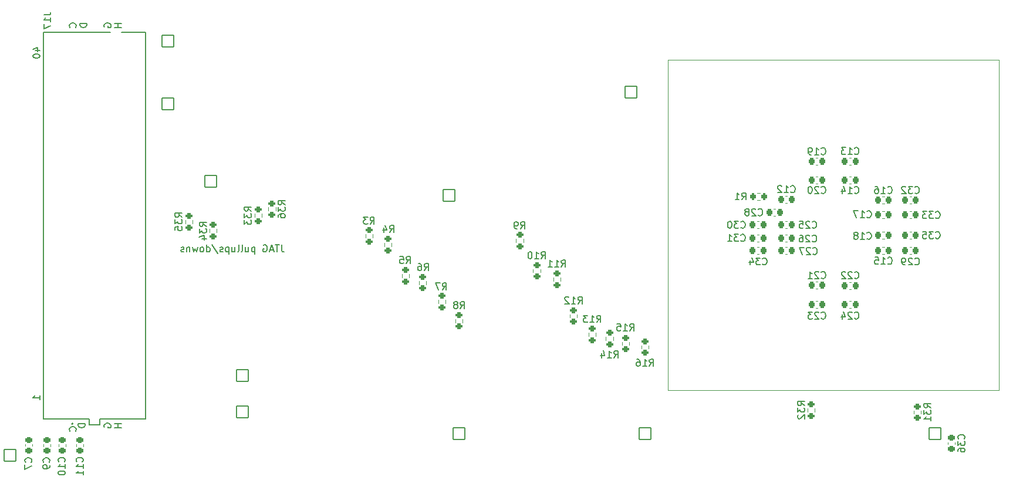
<source format=gbo>
G04 #@! TF.GenerationSoftware,KiCad,Pcbnew,8.0.3*
G04 #@! TF.CreationDate,2024-07-10T11:58:07-07:00*
G04 #@! TF.ProjectId,maveric-board,6d617665-7269-4632-9d62-6f6172642e6b,rev?*
G04 #@! TF.SameCoordinates,Original*
G04 #@! TF.FileFunction,Legend,Bot*
G04 #@! TF.FilePolarity,Positive*
%FSLAX46Y46*%
G04 Gerber Fmt 4.6, Leading zero omitted, Abs format (unit mm)*
G04 Created by KiCad (PCBNEW 8.0.3) date 2024-07-10 11:58:07*
%MOMM*%
%LPD*%
G01*
G04 APERTURE LIST*
G04 Aperture macros list*
%AMRoundRect*
0 Rectangle with rounded corners*
0 $1 Rounding radius*
0 $2 $3 $4 $5 $6 $7 $8 $9 X,Y pos of 4 corners*
0 Add a 4 corners polygon primitive as box body*
4,1,4,$2,$3,$4,$5,$6,$7,$8,$9,$2,$3,0*
0 Add four circle primitives for the rounded corners*
1,1,$1+$1,$2,$3*
1,1,$1+$1,$4,$5*
1,1,$1+$1,$6,$7*
1,1,$1+$1,$8,$9*
0 Add four rect primitives between the rounded corners*
20,1,$1+$1,$2,$3,$4,$5,0*
20,1,$1+$1,$4,$5,$6,$7,0*
20,1,$1+$1,$6,$7,$8,$9,0*
20,1,$1+$1,$8,$9,$2,$3,0*%
G04 Aperture macros list end*
%ADD10C,0.150000*%
%ADD11C,0.025400*%
%ADD12C,0.120000*%
%ADD13C,0.127000*%
%ADD14C,0.200000*%
%ADD15C,2.082800*%
%ADD16C,1.117600*%
%ADD17RoundRect,0.102000X0.825000X0.825000X-0.825000X0.825000X-0.825000X-0.825000X0.825000X-0.825000X0*%
%ADD18C,1.854000*%
%ADD19C,2.600000*%
%ADD20C,2.000000*%
%ADD21C,2.100000*%
%ADD22RoundRect,0.102000X0.825000X-0.825000X0.825000X0.825000X-0.825000X0.825000X-0.825000X-0.825000X0*%
%ADD23RoundRect,0.102000X-0.825000X-0.825000X0.825000X-0.825000X0.825000X0.825000X-0.825000X0.825000X0*%
%ADD24C,0.800000*%
%ADD25C,5.400000*%
%ADD26C,3.000000*%
%ADD27RoundRect,0.102000X-0.825000X0.825000X-0.825000X-0.825000X0.825000X-0.825000X0.825000X0.825000X0*%
%ADD28R,1.800000X1.800000*%
%ADD29C,1.800000*%
%ADD30RoundRect,0.200000X0.275000X-0.200000X0.275000X0.200000X-0.275000X0.200000X-0.275000X-0.200000X0*%
%ADD31RoundRect,0.200000X-0.275000X0.200000X-0.275000X-0.200000X0.275000X-0.200000X0.275000X0.200000X0*%
%ADD32RoundRect,0.225000X-0.250000X0.225000X-0.250000X-0.225000X0.250000X-0.225000X0.250000X0.225000X0*%
%ADD33RoundRect,0.225000X-0.225000X-0.250000X0.225000X-0.250000X0.225000X0.250000X-0.225000X0.250000X0*%
%ADD34RoundRect,0.225000X0.225000X0.250000X-0.225000X0.250000X-0.225000X-0.250000X0.225000X-0.250000X0*%
%ADD35RoundRect,0.200000X0.200000X0.275000X-0.200000X0.275000X-0.200000X-0.275000X0.200000X-0.275000X0*%
%ADD36C,3.700000*%
%ADD37C,1.270000*%
%ADD38C,0.844000*%
%ADD39RoundRect,0.225000X0.250000X-0.225000X0.250000X0.225000X-0.250000X0.225000X-0.250000X-0.225000X0*%
G04 APERTURE END LIST*
D10*
X82377506Y-77869819D02*
X82377506Y-78584104D01*
X82377506Y-78584104D02*
X82425125Y-78726961D01*
X82425125Y-78726961D02*
X82520363Y-78822200D01*
X82520363Y-78822200D02*
X82663220Y-78869819D01*
X82663220Y-78869819D02*
X82758458Y-78869819D01*
X82044172Y-77869819D02*
X81472744Y-77869819D01*
X81758458Y-78869819D02*
X81758458Y-77869819D01*
X81187029Y-78584104D02*
X80710839Y-78584104D01*
X81282267Y-78869819D02*
X80948934Y-77869819D01*
X80948934Y-77869819D02*
X80615601Y-78869819D01*
X79758458Y-77917438D02*
X79853696Y-77869819D01*
X79853696Y-77869819D02*
X79996553Y-77869819D01*
X79996553Y-77869819D02*
X80139410Y-77917438D01*
X80139410Y-77917438D02*
X80234648Y-78012676D01*
X80234648Y-78012676D02*
X80282267Y-78107914D01*
X80282267Y-78107914D02*
X80329886Y-78298390D01*
X80329886Y-78298390D02*
X80329886Y-78441247D01*
X80329886Y-78441247D02*
X80282267Y-78631723D01*
X80282267Y-78631723D02*
X80234648Y-78726961D01*
X80234648Y-78726961D02*
X80139410Y-78822200D01*
X80139410Y-78822200D02*
X79996553Y-78869819D01*
X79996553Y-78869819D02*
X79901315Y-78869819D01*
X79901315Y-78869819D02*
X79758458Y-78822200D01*
X79758458Y-78822200D02*
X79710839Y-78774580D01*
X79710839Y-78774580D02*
X79710839Y-78441247D01*
X79710839Y-78441247D02*
X79901315Y-78441247D01*
X78520362Y-78203152D02*
X78520362Y-79203152D01*
X78520362Y-78250771D02*
X78425124Y-78203152D01*
X78425124Y-78203152D02*
X78234648Y-78203152D01*
X78234648Y-78203152D02*
X78139410Y-78250771D01*
X78139410Y-78250771D02*
X78091791Y-78298390D01*
X78091791Y-78298390D02*
X78044172Y-78393628D01*
X78044172Y-78393628D02*
X78044172Y-78679342D01*
X78044172Y-78679342D02*
X78091791Y-78774580D01*
X78091791Y-78774580D02*
X78139410Y-78822200D01*
X78139410Y-78822200D02*
X78234648Y-78869819D01*
X78234648Y-78869819D02*
X78425124Y-78869819D01*
X78425124Y-78869819D02*
X78520362Y-78822200D01*
X77187029Y-78203152D02*
X77187029Y-78869819D01*
X77615600Y-78203152D02*
X77615600Y-78726961D01*
X77615600Y-78726961D02*
X77567981Y-78822200D01*
X77567981Y-78822200D02*
X77472743Y-78869819D01*
X77472743Y-78869819D02*
X77329886Y-78869819D01*
X77329886Y-78869819D02*
X77234648Y-78822200D01*
X77234648Y-78822200D02*
X77187029Y-78774580D01*
X76567981Y-78869819D02*
X76663219Y-78822200D01*
X76663219Y-78822200D02*
X76710838Y-78726961D01*
X76710838Y-78726961D02*
X76710838Y-77869819D01*
X76044171Y-78869819D02*
X76139409Y-78822200D01*
X76139409Y-78822200D02*
X76187028Y-78726961D01*
X76187028Y-78726961D02*
X76187028Y-77869819D01*
X75234647Y-78203152D02*
X75234647Y-78869819D01*
X75663218Y-78203152D02*
X75663218Y-78726961D01*
X75663218Y-78726961D02*
X75615599Y-78822200D01*
X75615599Y-78822200D02*
X75520361Y-78869819D01*
X75520361Y-78869819D02*
X75377504Y-78869819D01*
X75377504Y-78869819D02*
X75282266Y-78822200D01*
X75282266Y-78822200D02*
X75234647Y-78774580D01*
X74758456Y-78203152D02*
X74758456Y-79203152D01*
X74758456Y-78250771D02*
X74663218Y-78203152D01*
X74663218Y-78203152D02*
X74472742Y-78203152D01*
X74472742Y-78203152D02*
X74377504Y-78250771D01*
X74377504Y-78250771D02*
X74329885Y-78298390D01*
X74329885Y-78298390D02*
X74282266Y-78393628D01*
X74282266Y-78393628D02*
X74282266Y-78679342D01*
X74282266Y-78679342D02*
X74329885Y-78774580D01*
X74329885Y-78774580D02*
X74377504Y-78822200D01*
X74377504Y-78822200D02*
X74472742Y-78869819D01*
X74472742Y-78869819D02*
X74663218Y-78869819D01*
X74663218Y-78869819D02*
X74758456Y-78822200D01*
X73901313Y-78822200D02*
X73806075Y-78869819D01*
X73806075Y-78869819D02*
X73615599Y-78869819D01*
X73615599Y-78869819D02*
X73520361Y-78822200D01*
X73520361Y-78822200D02*
X73472742Y-78726961D01*
X73472742Y-78726961D02*
X73472742Y-78679342D01*
X73472742Y-78679342D02*
X73520361Y-78584104D01*
X73520361Y-78584104D02*
X73615599Y-78536485D01*
X73615599Y-78536485D02*
X73758456Y-78536485D01*
X73758456Y-78536485D02*
X73853694Y-78488866D01*
X73853694Y-78488866D02*
X73901313Y-78393628D01*
X73901313Y-78393628D02*
X73901313Y-78346009D01*
X73901313Y-78346009D02*
X73853694Y-78250771D01*
X73853694Y-78250771D02*
X73758456Y-78203152D01*
X73758456Y-78203152D02*
X73615599Y-78203152D01*
X73615599Y-78203152D02*
X73520361Y-78250771D01*
X72329885Y-77822200D02*
X73187027Y-79107914D01*
X71567980Y-78869819D02*
X71567980Y-77869819D01*
X71567980Y-78822200D02*
X71663218Y-78869819D01*
X71663218Y-78869819D02*
X71853694Y-78869819D01*
X71853694Y-78869819D02*
X71948932Y-78822200D01*
X71948932Y-78822200D02*
X71996551Y-78774580D01*
X71996551Y-78774580D02*
X72044170Y-78679342D01*
X72044170Y-78679342D02*
X72044170Y-78393628D01*
X72044170Y-78393628D02*
X71996551Y-78298390D01*
X71996551Y-78298390D02*
X71948932Y-78250771D01*
X71948932Y-78250771D02*
X71853694Y-78203152D01*
X71853694Y-78203152D02*
X71663218Y-78203152D01*
X71663218Y-78203152D02*
X71567980Y-78250771D01*
X70948932Y-78869819D02*
X71044170Y-78822200D01*
X71044170Y-78822200D02*
X71091789Y-78774580D01*
X71091789Y-78774580D02*
X71139408Y-78679342D01*
X71139408Y-78679342D02*
X71139408Y-78393628D01*
X71139408Y-78393628D02*
X71091789Y-78298390D01*
X71091789Y-78298390D02*
X71044170Y-78250771D01*
X71044170Y-78250771D02*
X70948932Y-78203152D01*
X70948932Y-78203152D02*
X70806075Y-78203152D01*
X70806075Y-78203152D02*
X70710837Y-78250771D01*
X70710837Y-78250771D02*
X70663218Y-78298390D01*
X70663218Y-78298390D02*
X70615599Y-78393628D01*
X70615599Y-78393628D02*
X70615599Y-78679342D01*
X70615599Y-78679342D02*
X70663218Y-78774580D01*
X70663218Y-78774580D02*
X70710837Y-78822200D01*
X70710837Y-78822200D02*
X70806075Y-78869819D01*
X70806075Y-78869819D02*
X70948932Y-78869819D01*
X70282265Y-78203152D02*
X70091789Y-78869819D01*
X70091789Y-78869819D02*
X69901313Y-78393628D01*
X69901313Y-78393628D02*
X69710837Y-78869819D01*
X69710837Y-78869819D02*
X69520361Y-78203152D01*
X69139408Y-78203152D02*
X69139408Y-78869819D01*
X69139408Y-78298390D02*
X69091789Y-78250771D01*
X69091789Y-78250771D02*
X68996551Y-78203152D01*
X68996551Y-78203152D02*
X68853694Y-78203152D01*
X68853694Y-78203152D02*
X68758456Y-78250771D01*
X68758456Y-78250771D02*
X68710837Y-78346009D01*
X68710837Y-78346009D02*
X68710837Y-78869819D01*
X68282265Y-78822200D02*
X68187027Y-78869819D01*
X68187027Y-78869819D02*
X67996551Y-78869819D01*
X67996551Y-78869819D02*
X67901313Y-78822200D01*
X67901313Y-78822200D02*
X67853694Y-78726961D01*
X67853694Y-78726961D02*
X67853694Y-78679342D01*
X67853694Y-78679342D02*
X67901313Y-78584104D01*
X67901313Y-78584104D02*
X67996551Y-78536485D01*
X67996551Y-78536485D02*
X68139408Y-78536485D01*
X68139408Y-78536485D02*
X68234646Y-78488866D01*
X68234646Y-78488866D02*
X68282265Y-78393628D01*
X68282265Y-78393628D02*
X68282265Y-78346009D01*
X68282265Y-78346009D02*
X68234646Y-78250771D01*
X68234646Y-78250771D02*
X68139408Y-78203152D01*
X68139408Y-78203152D02*
X67996551Y-78203152D01*
X67996551Y-78203152D02*
X67901313Y-78250771D01*
X176054819Y-101357142D02*
X175578628Y-101023809D01*
X176054819Y-100785714D02*
X175054819Y-100785714D01*
X175054819Y-100785714D02*
X175054819Y-101166666D01*
X175054819Y-101166666D02*
X175102438Y-101261904D01*
X175102438Y-101261904D02*
X175150057Y-101309523D01*
X175150057Y-101309523D02*
X175245295Y-101357142D01*
X175245295Y-101357142D02*
X175388152Y-101357142D01*
X175388152Y-101357142D02*
X175483390Y-101309523D01*
X175483390Y-101309523D02*
X175531009Y-101261904D01*
X175531009Y-101261904D02*
X175578628Y-101166666D01*
X175578628Y-101166666D02*
X175578628Y-100785714D01*
X175054819Y-101690476D02*
X175054819Y-102309523D01*
X175054819Y-102309523D02*
X175435771Y-101976190D01*
X175435771Y-101976190D02*
X175435771Y-102119047D01*
X175435771Y-102119047D02*
X175483390Y-102214285D01*
X175483390Y-102214285D02*
X175531009Y-102261904D01*
X175531009Y-102261904D02*
X175626247Y-102309523D01*
X175626247Y-102309523D02*
X175864342Y-102309523D01*
X175864342Y-102309523D02*
X175959580Y-102261904D01*
X175959580Y-102261904D02*
X176007200Y-102214285D01*
X176007200Y-102214285D02*
X176054819Y-102119047D01*
X176054819Y-102119047D02*
X176054819Y-101833333D01*
X176054819Y-101833333D02*
X176007200Y-101738095D01*
X176007200Y-101738095D02*
X175959580Y-101690476D01*
X176054819Y-103261904D02*
X176054819Y-102690476D01*
X176054819Y-102976190D02*
X175054819Y-102976190D01*
X175054819Y-102976190D02*
X175197676Y-102880952D01*
X175197676Y-102880952D02*
X175292914Y-102785714D01*
X175292914Y-102785714D02*
X175340533Y-102690476D01*
X105566666Y-84354819D02*
X105899999Y-83878628D01*
X106138094Y-84354819D02*
X106138094Y-83354819D01*
X106138094Y-83354819D02*
X105757142Y-83354819D01*
X105757142Y-83354819D02*
X105661904Y-83402438D01*
X105661904Y-83402438D02*
X105614285Y-83450057D01*
X105614285Y-83450057D02*
X105566666Y-83545295D01*
X105566666Y-83545295D02*
X105566666Y-83688152D01*
X105566666Y-83688152D02*
X105614285Y-83783390D01*
X105614285Y-83783390D02*
X105661904Y-83831009D01*
X105661904Y-83831009D02*
X105757142Y-83878628D01*
X105757142Y-83878628D02*
X106138094Y-83878628D01*
X105233332Y-83354819D02*
X104566666Y-83354819D01*
X104566666Y-83354819D02*
X104995237Y-84354819D01*
X51059580Y-109157142D02*
X51107200Y-109109523D01*
X51107200Y-109109523D02*
X51154819Y-108966666D01*
X51154819Y-108966666D02*
X51154819Y-108871428D01*
X51154819Y-108871428D02*
X51107200Y-108728571D01*
X51107200Y-108728571D02*
X51011961Y-108633333D01*
X51011961Y-108633333D02*
X50916723Y-108585714D01*
X50916723Y-108585714D02*
X50726247Y-108538095D01*
X50726247Y-108538095D02*
X50583390Y-108538095D01*
X50583390Y-108538095D02*
X50392914Y-108585714D01*
X50392914Y-108585714D02*
X50297676Y-108633333D01*
X50297676Y-108633333D02*
X50202438Y-108728571D01*
X50202438Y-108728571D02*
X50154819Y-108871428D01*
X50154819Y-108871428D02*
X50154819Y-108966666D01*
X50154819Y-108966666D02*
X50202438Y-109109523D01*
X50202438Y-109109523D02*
X50250057Y-109157142D01*
X51154819Y-110109523D02*
X51154819Y-109538095D01*
X51154819Y-109823809D02*
X50154819Y-109823809D01*
X50154819Y-109823809D02*
X50297676Y-109728571D01*
X50297676Y-109728571D02*
X50392914Y-109633333D01*
X50392914Y-109633333D02*
X50440533Y-109538095D01*
X50154819Y-110728571D02*
X50154819Y-110823809D01*
X50154819Y-110823809D02*
X50202438Y-110919047D01*
X50202438Y-110919047D02*
X50250057Y-110966666D01*
X50250057Y-110966666D02*
X50345295Y-111014285D01*
X50345295Y-111014285D02*
X50535771Y-111061904D01*
X50535771Y-111061904D02*
X50773866Y-111061904D01*
X50773866Y-111061904D02*
X50964342Y-111014285D01*
X50964342Y-111014285D02*
X51059580Y-110966666D01*
X51059580Y-110966666D02*
X51107200Y-110919047D01*
X51107200Y-110919047D02*
X51154819Y-110823809D01*
X51154819Y-110823809D02*
X51154819Y-110728571D01*
X51154819Y-110728571D02*
X51107200Y-110633333D01*
X51107200Y-110633333D02*
X51059580Y-110585714D01*
X51059580Y-110585714D02*
X50964342Y-110538095D01*
X50964342Y-110538095D02*
X50773866Y-110490476D01*
X50773866Y-110490476D02*
X50535771Y-110490476D01*
X50535771Y-110490476D02*
X50345295Y-110538095D01*
X50345295Y-110538095D02*
X50250057Y-110585714D01*
X50250057Y-110585714D02*
X50202438Y-110633333D01*
X50202438Y-110633333D02*
X50154819Y-110728571D01*
X48859580Y-109233333D02*
X48907200Y-109185714D01*
X48907200Y-109185714D02*
X48954819Y-109042857D01*
X48954819Y-109042857D02*
X48954819Y-108947619D01*
X48954819Y-108947619D02*
X48907200Y-108804762D01*
X48907200Y-108804762D02*
X48811961Y-108709524D01*
X48811961Y-108709524D02*
X48716723Y-108661905D01*
X48716723Y-108661905D02*
X48526247Y-108614286D01*
X48526247Y-108614286D02*
X48383390Y-108614286D01*
X48383390Y-108614286D02*
X48192914Y-108661905D01*
X48192914Y-108661905D02*
X48097676Y-108709524D01*
X48097676Y-108709524D02*
X48002438Y-108804762D01*
X48002438Y-108804762D02*
X47954819Y-108947619D01*
X47954819Y-108947619D02*
X47954819Y-109042857D01*
X47954819Y-109042857D02*
X48002438Y-109185714D01*
X48002438Y-109185714D02*
X48050057Y-109233333D01*
X48954819Y-109709524D02*
X48954819Y-109900000D01*
X48954819Y-109900000D02*
X48907200Y-109995238D01*
X48907200Y-109995238D02*
X48859580Y-110042857D01*
X48859580Y-110042857D02*
X48716723Y-110138095D01*
X48716723Y-110138095D02*
X48526247Y-110185714D01*
X48526247Y-110185714D02*
X48145295Y-110185714D01*
X48145295Y-110185714D02*
X48050057Y-110138095D01*
X48050057Y-110138095D02*
X48002438Y-110090476D01*
X48002438Y-110090476D02*
X47954819Y-109995238D01*
X47954819Y-109995238D02*
X47954819Y-109804762D01*
X47954819Y-109804762D02*
X48002438Y-109709524D01*
X48002438Y-109709524D02*
X48050057Y-109661905D01*
X48050057Y-109661905D02*
X48145295Y-109614286D01*
X48145295Y-109614286D02*
X48383390Y-109614286D01*
X48383390Y-109614286D02*
X48478628Y-109661905D01*
X48478628Y-109661905D02*
X48526247Y-109709524D01*
X48526247Y-109709524D02*
X48573866Y-109804762D01*
X48573866Y-109804762D02*
X48573866Y-109995238D01*
X48573866Y-109995238D02*
X48526247Y-110090476D01*
X48526247Y-110090476D02*
X48478628Y-110138095D01*
X48478628Y-110138095D02*
X48383390Y-110185714D01*
X160242857Y-70359580D02*
X160290476Y-70407200D01*
X160290476Y-70407200D02*
X160433333Y-70454819D01*
X160433333Y-70454819D02*
X160528571Y-70454819D01*
X160528571Y-70454819D02*
X160671428Y-70407200D01*
X160671428Y-70407200D02*
X160766666Y-70311961D01*
X160766666Y-70311961D02*
X160814285Y-70216723D01*
X160814285Y-70216723D02*
X160861904Y-70026247D01*
X160861904Y-70026247D02*
X160861904Y-69883390D01*
X160861904Y-69883390D02*
X160814285Y-69692914D01*
X160814285Y-69692914D02*
X160766666Y-69597676D01*
X160766666Y-69597676D02*
X160671428Y-69502438D01*
X160671428Y-69502438D02*
X160528571Y-69454819D01*
X160528571Y-69454819D02*
X160433333Y-69454819D01*
X160433333Y-69454819D02*
X160290476Y-69502438D01*
X160290476Y-69502438D02*
X160242857Y-69550057D01*
X159861904Y-69550057D02*
X159814285Y-69502438D01*
X159814285Y-69502438D02*
X159719047Y-69454819D01*
X159719047Y-69454819D02*
X159480952Y-69454819D01*
X159480952Y-69454819D02*
X159385714Y-69502438D01*
X159385714Y-69502438D02*
X159338095Y-69550057D01*
X159338095Y-69550057D02*
X159290476Y-69645295D01*
X159290476Y-69645295D02*
X159290476Y-69740533D01*
X159290476Y-69740533D02*
X159338095Y-69883390D01*
X159338095Y-69883390D02*
X159909523Y-70454819D01*
X159909523Y-70454819D02*
X159290476Y-70454819D01*
X158671428Y-69454819D02*
X158576190Y-69454819D01*
X158576190Y-69454819D02*
X158480952Y-69502438D01*
X158480952Y-69502438D02*
X158433333Y-69550057D01*
X158433333Y-69550057D02*
X158385714Y-69645295D01*
X158385714Y-69645295D02*
X158338095Y-69835771D01*
X158338095Y-69835771D02*
X158338095Y-70073866D01*
X158338095Y-70073866D02*
X158385714Y-70264342D01*
X158385714Y-70264342D02*
X158433333Y-70359580D01*
X158433333Y-70359580D02*
X158480952Y-70407200D01*
X158480952Y-70407200D02*
X158576190Y-70454819D01*
X158576190Y-70454819D02*
X158671428Y-70454819D01*
X158671428Y-70454819D02*
X158766666Y-70407200D01*
X158766666Y-70407200D02*
X158814285Y-70359580D01*
X158814285Y-70359580D02*
X158861904Y-70264342D01*
X158861904Y-70264342D02*
X158909523Y-70073866D01*
X158909523Y-70073866D02*
X158909523Y-69835771D01*
X158909523Y-69835771D02*
X158861904Y-69645295D01*
X158861904Y-69645295D02*
X158814285Y-69550057D01*
X158814285Y-69550057D02*
X158766666Y-69502438D01*
X158766666Y-69502438D02*
X158671428Y-69454819D01*
X165042857Y-88459580D02*
X165090476Y-88507200D01*
X165090476Y-88507200D02*
X165233333Y-88554819D01*
X165233333Y-88554819D02*
X165328571Y-88554819D01*
X165328571Y-88554819D02*
X165471428Y-88507200D01*
X165471428Y-88507200D02*
X165566666Y-88411961D01*
X165566666Y-88411961D02*
X165614285Y-88316723D01*
X165614285Y-88316723D02*
X165661904Y-88126247D01*
X165661904Y-88126247D02*
X165661904Y-87983390D01*
X165661904Y-87983390D02*
X165614285Y-87792914D01*
X165614285Y-87792914D02*
X165566666Y-87697676D01*
X165566666Y-87697676D02*
X165471428Y-87602438D01*
X165471428Y-87602438D02*
X165328571Y-87554819D01*
X165328571Y-87554819D02*
X165233333Y-87554819D01*
X165233333Y-87554819D02*
X165090476Y-87602438D01*
X165090476Y-87602438D02*
X165042857Y-87650057D01*
X164661904Y-87650057D02*
X164614285Y-87602438D01*
X164614285Y-87602438D02*
X164519047Y-87554819D01*
X164519047Y-87554819D02*
X164280952Y-87554819D01*
X164280952Y-87554819D02*
X164185714Y-87602438D01*
X164185714Y-87602438D02*
X164138095Y-87650057D01*
X164138095Y-87650057D02*
X164090476Y-87745295D01*
X164090476Y-87745295D02*
X164090476Y-87840533D01*
X164090476Y-87840533D02*
X164138095Y-87983390D01*
X164138095Y-87983390D02*
X164709523Y-88554819D01*
X164709523Y-88554819D02*
X164090476Y-88554819D01*
X163233333Y-87888152D02*
X163233333Y-88554819D01*
X163471428Y-87507200D02*
X163709523Y-88221485D01*
X163709523Y-88221485D02*
X163090476Y-88221485D01*
X108166666Y-87054819D02*
X108499999Y-86578628D01*
X108738094Y-87054819D02*
X108738094Y-86054819D01*
X108738094Y-86054819D02*
X108357142Y-86054819D01*
X108357142Y-86054819D02*
X108261904Y-86102438D01*
X108261904Y-86102438D02*
X108214285Y-86150057D01*
X108214285Y-86150057D02*
X108166666Y-86245295D01*
X108166666Y-86245295D02*
X108166666Y-86388152D01*
X108166666Y-86388152D02*
X108214285Y-86483390D01*
X108214285Y-86483390D02*
X108261904Y-86531009D01*
X108261904Y-86531009D02*
X108357142Y-86578628D01*
X108357142Y-86578628D02*
X108738094Y-86578628D01*
X107595237Y-86483390D02*
X107690475Y-86435771D01*
X107690475Y-86435771D02*
X107738094Y-86388152D01*
X107738094Y-86388152D02*
X107785713Y-86292914D01*
X107785713Y-86292914D02*
X107785713Y-86245295D01*
X107785713Y-86245295D02*
X107738094Y-86150057D01*
X107738094Y-86150057D02*
X107690475Y-86102438D01*
X107690475Y-86102438D02*
X107595237Y-86054819D01*
X107595237Y-86054819D02*
X107404761Y-86054819D01*
X107404761Y-86054819D02*
X107309523Y-86102438D01*
X107309523Y-86102438D02*
X107261904Y-86150057D01*
X107261904Y-86150057D02*
X107214285Y-86245295D01*
X107214285Y-86245295D02*
X107214285Y-86292914D01*
X107214285Y-86292914D02*
X107261904Y-86388152D01*
X107261904Y-86388152D02*
X107309523Y-86435771D01*
X107309523Y-86435771D02*
X107404761Y-86483390D01*
X107404761Y-86483390D02*
X107595237Y-86483390D01*
X107595237Y-86483390D02*
X107690475Y-86531009D01*
X107690475Y-86531009D02*
X107738094Y-86578628D01*
X107738094Y-86578628D02*
X107785713Y-86673866D01*
X107785713Y-86673866D02*
X107785713Y-86864342D01*
X107785713Y-86864342D02*
X107738094Y-86959580D01*
X107738094Y-86959580D02*
X107690475Y-87007200D01*
X107690475Y-87007200D02*
X107595237Y-87054819D01*
X107595237Y-87054819D02*
X107404761Y-87054819D01*
X107404761Y-87054819D02*
X107309523Y-87007200D01*
X107309523Y-87007200D02*
X107261904Y-86959580D01*
X107261904Y-86959580D02*
X107214285Y-86864342D01*
X107214285Y-86864342D02*
X107214285Y-86673866D01*
X107214285Y-86673866D02*
X107261904Y-86578628D01*
X107261904Y-86578628D02*
X107309523Y-86531009D01*
X107309523Y-86531009D02*
X107404761Y-86483390D01*
X125142857Y-86354819D02*
X125476190Y-85878628D01*
X125714285Y-86354819D02*
X125714285Y-85354819D01*
X125714285Y-85354819D02*
X125333333Y-85354819D01*
X125333333Y-85354819D02*
X125238095Y-85402438D01*
X125238095Y-85402438D02*
X125190476Y-85450057D01*
X125190476Y-85450057D02*
X125142857Y-85545295D01*
X125142857Y-85545295D02*
X125142857Y-85688152D01*
X125142857Y-85688152D02*
X125190476Y-85783390D01*
X125190476Y-85783390D02*
X125238095Y-85831009D01*
X125238095Y-85831009D02*
X125333333Y-85878628D01*
X125333333Y-85878628D02*
X125714285Y-85878628D01*
X124190476Y-86354819D02*
X124761904Y-86354819D01*
X124476190Y-86354819D02*
X124476190Y-85354819D01*
X124476190Y-85354819D02*
X124571428Y-85497676D01*
X124571428Y-85497676D02*
X124666666Y-85592914D01*
X124666666Y-85592914D02*
X124761904Y-85640533D01*
X123809523Y-85450057D02*
X123761904Y-85402438D01*
X123761904Y-85402438D02*
X123666666Y-85354819D01*
X123666666Y-85354819D02*
X123428571Y-85354819D01*
X123428571Y-85354819D02*
X123333333Y-85402438D01*
X123333333Y-85402438D02*
X123285714Y-85450057D01*
X123285714Y-85450057D02*
X123238095Y-85545295D01*
X123238095Y-85545295D02*
X123238095Y-85640533D01*
X123238095Y-85640533D02*
X123285714Y-85783390D01*
X123285714Y-85783390D02*
X123857142Y-86354819D01*
X123857142Y-86354819D02*
X123238095Y-86354819D01*
X148766666Y-71354819D02*
X149099999Y-70878628D01*
X149338094Y-71354819D02*
X149338094Y-70354819D01*
X149338094Y-70354819D02*
X148957142Y-70354819D01*
X148957142Y-70354819D02*
X148861904Y-70402438D01*
X148861904Y-70402438D02*
X148814285Y-70450057D01*
X148814285Y-70450057D02*
X148766666Y-70545295D01*
X148766666Y-70545295D02*
X148766666Y-70688152D01*
X148766666Y-70688152D02*
X148814285Y-70783390D01*
X148814285Y-70783390D02*
X148861904Y-70831009D01*
X148861904Y-70831009D02*
X148957142Y-70878628D01*
X148957142Y-70878628D02*
X149338094Y-70878628D01*
X147814285Y-71354819D02*
X148385713Y-71354819D01*
X148099999Y-71354819D02*
X148099999Y-70354819D01*
X148099999Y-70354819D02*
X148195237Y-70497676D01*
X148195237Y-70497676D02*
X148290475Y-70592914D01*
X148290475Y-70592914D02*
X148385713Y-70640533D01*
X165042857Y-70359580D02*
X165090476Y-70407200D01*
X165090476Y-70407200D02*
X165233333Y-70454819D01*
X165233333Y-70454819D02*
X165328571Y-70454819D01*
X165328571Y-70454819D02*
X165471428Y-70407200D01*
X165471428Y-70407200D02*
X165566666Y-70311961D01*
X165566666Y-70311961D02*
X165614285Y-70216723D01*
X165614285Y-70216723D02*
X165661904Y-70026247D01*
X165661904Y-70026247D02*
X165661904Y-69883390D01*
X165661904Y-69883390D02*
X165614285Y-69692914D01*
X165614285Y-69692914D02*
X165566666Y-69597676D01*
X165566666Y-69597676D02*
X165471428Y-69502438D01*
X165471428Y-69502438D02*
X165328571Y-69454819D01*
X165328571Y-69454819D02*
X165233333Y-69454819D01*
X165233333Y-69454819D02*
X165090476Y-69502438D01*
X165090476Y-69502438D02*
X165042857Y-69550057D01*
X164090476Y-70454819D02*
X164661904Y-70454819D01*
X164376190Y-70454819D02*
X164376190Y-69454819D01*
X164376190Y-69454819D02*
X164471428Y-69597676D01*
X164471428Y-69597676D02*
X164566666Y-69692914D01*
X164566666Y-69692914D02*
X164661904Y-69740533D01*
X163233333Y-69788152D02*
X163233333Y-70454819D01*
X163471428Y-69407200D02*
X163709523Y-70121485D01*
X163709523Y-70121485D02*
X163090476Y-70121485D01*
X160242857Y-82629580D02*
X160290476Y-82677200D01*
X160290476Y-82677200D02*
X160433333Y-82724819D01*
X160433333Y-82724819D02*
X160528571Y-82724819D01*
X160528571Y-82724819D02*
X160671428Y-82677200D01*
X160671428Y-82677200D02*
X160766666Y-82581961D01*
X160766666Y-82581961D02*
X160814285Y-82486723D01*
X160814285Y-82486723D02*
X160861904Y-82296247D01*
X160861904Y-82296247D02*
X160861904Y-82153390D01*
X160861904Y-82153390D02*
X160814285Y-81962914D01*
X160814285Y-81962914D02*
X160766666Y-81867676D01*
X160766666Y-81867676D02*
X160671428Y-81772438D01*
X160671428Y-81772438D02*
X160528571Y-81724819D01*
X160528571Y-81724819D02*
X160433333Y-81724819D01*
X160433333Y-81724819D02*
X160290476Y-81772438D01*
X160290476Y-81772438D02*
X160242857Y-81820057D01*
X159861904Y-81820057D02*
X159814285Y-81772438D01*
X159814285Y-81772438D02*
X159719047Y-81724819D01*
X159719047Y-81724819D02*
X159480952Y-81724819D01*
X159480952Y-81724819D02*
X159385714Y-81772438D01*
X159385714Y-81772438D02*
X159338095Y-81820057D01*
X159338095Y-81820057D02*
X159290476Y-81915295D01*
X159290476Y-81915295D02*
X159290476Y-82010533D01*
X159290476Y-82010533D02*
X159338095Y-82153390D01*
X159338095Y-82153390D02*
X159909523Y-82724819D01*
X159909523Y-82724819D02*
X159290476Y-82724819D01*
X158338095Y-82724819D02*
X158909523Y-82724819D01*
X158623809Y-82724819D02*
X158623809Y-81724819D01*
X158623809Y-81724819D02*
X158719047Y-81867676D01*
X158719047Y-81867676D02*
X158814285Y-81962914D01*
X158814285Y-81962914D02*
X158909523Y-82010533D01*
X97966666Y-76054819D02*
X98299999Y-75578628D01*
X98538094Y-76054819D02*
X98538094Y-75054819D01*
X98538094Y-75054819D02*
X98157142Y-75054819D01*
X98157142Y-75054819D02*
X98061904Y-75102438D01*
X98061904Y-75102438D02*
X98014285Y-75150057D01*
X98014285Y-75150057D02*
X97966666Y-75245295D01*
X97966666Y-75245295D02*
X97966666Y-75388152D01*
X97966666Y-75388152D02*
X98014285Y-75483390D01*
X98014285Y-75483390D02*
X98061904Y-75531009D01*
X98061904Y-75531009D02*
X98157142Y-75578628D01*
X98157142Y-75578628D02*
X98538094Y-75578628D01*
X97109523Y-75388152D02*
X97109523Y-76054819D01*
X97347618Y-75007200D02*
X97585713Y-75721485D01*
X97585713Y-75721485D02*
X96966666Y-75721485D01*
X48084819Y-44670476D02*
X48799104Y-44670476D01*
X48799104Y-44670476D02*
X48941961Y-44622857D01*
X48941961Y-44622857D02*
X49037200Y-44527619D01*
X49037200Y-44527619D02*
X49084819Y-44384762D01*
X49084819Y-44384762D02*
X49084819Y-44289524D01*
X49084819Y-45670476D02*
X49084819Y-45099048D01*
X49084819Y-45384762D02*
X48084819Y-45384762D01*
X48084819Y-45384762D02*
X48227676Y-45289524D01*
X48227676Y-45289524D02*
X48322914Y-45194286D01*
X48322914Y-45194286D02*
X48370533Y-45099048D01*
X48084819Y-46003810D02*
X48084819Y-46670476D01*
X48084819Y-46670476D02*
X49084819Y-46241905D01*
X59276229Y-45916789D02*
X58276229Y-45916789D01*
X58752419Y-45916789D02*
X58752419Y-46488217D01*
X59276229Y-46488217D02*
X58276229Y-46488217D01*
X52680990Y-46488217D02*
X52728610Y-46440598D01*
X52728610Y-46440598D02*
X52776229Y-46297741D01*
X52776229Y-46297741D02*
X52776229Y-46202503D01*
X52776229Y-46202503D02*
X52728610Y-46059646D01*
X52728610Y-46059646D02*
X52633371Y-45964408D01*
X52633371Y-45964408D02*
X52538133Y-45916789D01*
X52538133Y-45916789D02*
X52347657Y-45869170D01*
X52347657Y-45869170D02*
X52204800Y-45869170D01*
X52204800Y-45869170D02*
X52014324Y-45916789D01*
X52014324Y-45916789D02*
X51919086Y-45964408D01*
X51919086Y-45964408D02*
X51823848Y-46059646D01*
X51823848Y-46059646D02*
X51776229Y-46202503D01*
X51776229Y-46202503D02*
X51776229Y-46297741D01*
X51776229Y-46297741D02*
X51823848Y-46440598D01*
X51823848Y-46440598D02*
X51871467Y-46488217D01*
X54276229Y-45916789D02*
X53276229Y-45916789D01*
X53276229Y-45916789D02*
X53276229Y-46154884D01*
X53276229Y-46154884D02*
X53323848Y-46297741D01*
X53323848Y-46297741D02*
X53419086Y-46392979D01*
X53419086Y-46392979D02*
X53514324Y-46440598D01*
X53514324Y-46440598D02*
X53704800Y-46488217D01*
X53704800Y-46488217D02*
X53847657Y-46488217D01*
X53847657Y-46488217D02*
X54038133Y-46440598D01*
X54038133Y-46440598D02*
X54133371Y-46392979D01*
X54133371Y-46392979D02*
X54228610Y-46297741D01*
X54228610Y-46297741D02*
X54276229Y-46154884D01*
X54276229Y-46154884D02*
X54276229Y-45916789D01*
X46859562Y-49845360D02*
X47526229Y-49845360D01*
X46478610Y-49607265D02*
X47192895Y-49369170D01*
X47192895Y-49369170D02*
X47192895Y-49988217D01*
X46526229Y-50559646D02*
X46526229Y-50654884D01*
X46526229Y-50654884D02*
X46573848Y-50750122D01*
X46573848Y-50750122D02*
X46621467Y-50797741D01*
X46621467Y-50797741D02*
X46716705Y-50845360D01*
X46716705Y-50845360D02*
X46907181Y-50892979D01*
X46907181Y-50892979D02*
X47145276Y-50892979D01*
X47145276Y-50892979D02*
X47335752Y-50845360D01*
X47335752Y-50845360D02*
X47430990Y-50797741D01*
X47430990Y-50797741D02*
X47478610Y-50750122D01*
X47478610Y-50750122D02*
X47526229Y-50654884D01*
X47526229Y-50654884D02*
X47526229Y-50559646D01*
X47526229Y-50559646D02*
X47478610Y-50464408D01*
X47478610Y-50464408D02*
X47430990Y-50416789D01*
X47430990Y-50416789D02*
X47335752Y-50369170D01*
X47335752Y-50369170D02*
X47145276Y-50321551D01*
X47145276Y-50321551D02*
X46907181Y-50321551D01*
X46907181Y-50321551D02*
X46716705Y-50369170D01*
X46716705Y-50369170D02*
X46621467Y-50416789D01*
X46621467Y-50416789D02*
X46573848Y-50464408D01*
X46573848Y-50464408D02*
X46526229Y-50559646D01*
X54026229Y-103666789D02*
X53026229Y-103666789D01*
X53026229Y-103666789D02*
X53026229Y-103904884D01*
X53026229Y-103904884D02*
X53073848Y-104047741D01*
X53073848Y-104047741D02*
X53169086Y-104142979D01*
X53169086Y-104142979D02*
X53264324Y-104190598D01*
X53264324Y-104190598D02*
X53454800Y-104238217D01*
X53454800Y-104238217D02*
X53597657Y-104238217D01*
X53597657Y-104238217D02*
X53788133Y-104190598D01*
X53788133Y-104190598D02*
X53883371Y-104142979D01*
X53883371Y-104142979D02*
X53978610Y-104047741D01*
X53978610Y-104047741D02*
X54026229Y-103904884D01*
X54026229Y-103904884D02*
X54026229Y-103666789D01*
X59276229Y-103666789D02*
X58276229Y-103666789D01*
X58752419Y-103666789D02*
X58752419Y-104238217D01*
X59276229Y-104238217D02*
X58276229Y-104238217D01*
X47526229Y-100190598D02*
X47526229Y-99619170D01*
X47526229Y-99904884D02*
X46526229Y-99904884D01*
X46526229Y-99904884D02*
X46669086Y-99809646D01*
X46669086Y-99809646D02*
X46764324Y-99714408D01*
X46764324Y-99714408D02*
X46811943Y-99619170D01*
X56823848Y-46440598D02*
X56776229Y-46345360D01*
X56776229Y-46345360D02*
X56776229Y-46202503D01*
X56776229Y-46202503D02*
X56823848Y-46059646D01*
X56823848Y-46059646D02*
X56919086Y-45964408D01*
X56919086Y-45964408D02*
X57014324Y-45916789D01*
X57014324Y-45916789D02*
X57204800Y-45869170D01*
X57204800Y-45869170D02*
X57347657Y-45869170D01*
X57347657Y-45869170D02*
X57538133Y-45916789D01*
X57538133Y-45916789D02*
X57633371Y-45964408D01*
X57633371Y-45964408D02*
X57728610Y-46059646D01*
X57728610Y-46059646D02*
X57776229Y-46202503D01*
X57776229Y-46202503D02*
X57776229Y-46297741D01*
X57776229Y-46297741D02*
X57728610Y-46440598D01*
X57728610Y-46440598D02*
X57680990Y-46488217D01*
X57680990Y-46488217D02*
X57347657Y-46488217D01*
X57347657Y-46488217D02*
X57347657Y-46297741D01*
X52680990Y-104738217D02*
X52728610Y-104690598D01*
X52728610Y-104690598D02*
X52776229Y-104547741D01*
X52776229Y-104547741D02*
X52776229Y-104452503D01*
X52776229Y-104452503D02*
X52728610Y-104309646D01*
X52728610Y-104309646D02*
X52633371Y-104214408D01*
X52633371Y-104214408D02*
X52538133Y-104166789D01*
X52538133Y-104166789D02*
X52347657Y-104119170D01*
X52347657Y-104119170D02*
X52204800Y-104119170D01*
X52204800Y-104119170D02*
X52014324Y-104166789D01*
X52014324Y-104166789D02*
X51919086Y-104214408D01*
X51919086Y-104214408D02*
X51823848Y-104309646D01*
X51823848Y-104309646D02*
X51776229Y-104452503D01*
X51776229Y-104452503D02*
X51776229Y-104547741D01*
X51776229Y-104547741D02*
X51823848Y-104690598D01*
X51823848Y-104690598D02*
X51871467Y-104738217D01*
X56823848Y-104190598D02*
X56776229Y-104095360D01*
X56776229Y-104095360D02*
X56776229Y-103952503D01*
X56776229Y-103952503D02*
X56823848Y-103809646D01*
X56823848Y-103809646D02*
X56919086Y-103714408D01*
X56919086Y-103714408D02*
X57014324Y-103666789D01*
X57014324Y-103666789D02*
X57204800Y-103619170D01*
X57204800Y-103619170D02*
X57347657Y-103619170D01*
X57347657Y-103619170D02*
X57538133Y-103666789D01*
X57538133Y-103666789D02*
X57633371Y-103714408D01*
X57633371Y-103714408D02*
X57728610Y-103809646D01*
X57728610Y-103809646D02*
X57776229Y-103952503D01*
X57776229Y-103952503D02*
X57776229Y-104047741D01*
X57776229Y-104047741D02*
X57728610Y-104190598D01*
X57728610Y-104190598D02*
X57680990Y-104238217D01*
X57680990Y-104238217D02*
X57347657Y-104238217D01*
X57347657Y-104238217D02*
X57347657Y-104047741D01*
X78024819Y-72982142D02*
X77548628Y-72648809D01*
X78024819Y-72410714D02*
X77024819Y-72410714D01*
X77024819Y-72410714D02*
X77024819Y-72791666D01*
X77024819Y-72791666D02*
X77072438Y-72886904D01*
X77072438Y-72886904D02*
X77120057Y-72934523D01*
X77120057Y-72934523D02*
X77215295Y-72982142D01*
X77215295Y-72982142D02*
X77358152Y-72982142D01*
X77358152Y-72982142D02*
X77453390Y-72934523D01*
X77453390Y-72934523D02*
X77501009Y-72886904D01*
X77501009Y-72886904D02*
X77548628Y-72791666D01*
X77548628Y-72791666D02*
X77548628Y-72410714D01*
X77024819Y-73315476D02*
X77024819Y-73934523D01*
X77024819Y-73934523D02*
X77405771Y-73601190D01*
X77405771Y-73601190D02*
X77405771Y-73744047D01*
X77405771Y-73744047D02*
X77453390Y-73839285D01*
X77453390Y-73839285D02*
X77501009Y-73886904D01*
X77501009Y-73886904D02*
X77596247Y-73934523D01*
X77596247Y-73934523D02*
X77834342Y-73934523D01*
X77834342Y-73934523D02*
X77929580Y-73886904D01*
X77929580Y-73886904D02*
X77977200Y-73839285D01*
X77977200Y-73839285D02*
X78024819Y-73744047D01*
X78024819Y-73744047D02*
X78024819Y-73458333D01*
X78024819Y-73458333D02*
X77977200Y-73363095D01*
X77977200Y-73363095D02*
X77929580Y-73315476D01*
X77024819Y-74267857D02*
X77024819Y-74886904D01*
X77024819Y-74886904D02*
X77405771Y-74553571D01*
X77405771Y-74553571D02*
X77405771Y-74696428D01*
X77405771Y-74696428D02*
X77453390Y-74791666D01*
X77453390Y-74791666D02*
X77501009Y-74839285D01*
X77501009Y-74839285D02*
X77596247Y-74886904D01*
X77596247Y-74886904D02*
X77834342Y-74886904D01*
X77834342Y-74886904D02*
X77929580Y-74839285D01*
X77929580Y-74839285D02*
X77977200Y-74791666D01*
X77977200Y-74791666D02*
X78024819Y-74696428D01*
X78024819Y-74696428D02*
X78024819Y-74410714D01*
X78024819Y-74410714D02*
X77977200Y-74315476D01*
X77977200Y-74315476D02*
X77929580Y-74267857D01*
X95166666Y-74854819D02*
X95499999Y-74378628D01*
X95738094Y-74854819D02*
X95738094Y-73854819D01*
X95738094Y-73854819D02*
X95357142Y-73854819D01*
X95357142Y-73854819D02*
X95261904Y-73902438D01*
X95261904Y-73902438D02*
X95214285Y-73950057D01*
X95214285Y-73950057D02*
X95166666Y-74045295D01*
X95166666Y-74045295D02*
X95166666Y-74188152D01*
X95166666Y-74188152D02*
X95214285Y-74283390D01*
X95214285Y-74283390D02*
X95261904Y-74331009D01*
X95261904Y-74331009D02*
X95357142Y-74378628D01*
X95357142Y-74378628D02*
X95738094Y-74378628D01*
X94833332Y-73854819D02*
X94214285Y-73854819D01*
X94214285Y-73854819D02*
X94547618Y-74235771D01*
X94547618Y-74235771D02*
X94404761Y-74235771D01*
X94404761Y-74235771D02*
X94309523Y-74283390D01*
X94309523Y-74283390D02*
X94261904Y-74331009D01*
X94261904Y-74331009D02*
X94214285Y-74426247D01*
X94214285Y-74426247D02*
X94214285Y-74664342D01*
X94214285Y-74664342D02*
X94261904Y-74759580D01*
X94261904Y-74759580D02*
X94309523Y-74807200D01*
X94309523Y-74807200D02*
X94404761Y-74854819D01*
X94404761Y-74854819D02*
X94690475Y-74854819D01*
X94690475Y-74854819D02*
X94785713Y-74807200D01*
X94785713Y-74807200D02*
X94833332Y-74759580D01*
X53659580Y-109157142D02*
X53707200Y-109109523D01*
X53707200Y-109109523D02*
X53754819Y-108966666D01*
X53754819Y-108966666D02*
X53754819Y-108871428D01*
X53754819Y-108871428D02*
X53707200Y-108728571D01*
X53707200Y-108728571D02*
X53611961Y-108633333D01*
X53611961Y-108633333D02*
X53516723Y-108585714D01*
X53516723Y-108585714D02*
X53326247Y-108538095D01*
X53326247Y-108538095D02*
X53183390Y-108538095D01*
X53183390Y-108538095D02*
X52992914Y-108585714D01*
X52992914Y-108585714D02*
X52897676Y-108633333D01*
X52897676Y-108633333D02*
X52802438Y-108728571D01*
X52802438Y-108728571D02*
X52754819Y-108871428D01*
X52754819Y-108871428D02*
X52754819Y-108966666D01*
X52754819Y-108966666D02*
X52802438Y-109109523D01*
X52802438Y-109109523D02*
X52850057Y-109157142D01*
X53754819Y-110109523D02*
X53754819Y-109538095D01*
X53754819Y-109823809D02*
X52754819Y-109823809D01*
X52754819Y-109823809D02*
X52897676Y-109728571D01*
X52897676Y-109728571D02*
X52992914Y-109633333D01*
X52992914Y-109633333D02*
X53040533Y-109538095D01*
X53754819Y-111061904D02*
X53754819Y-110490476D01*
X53754819Y-110776190D02*
X52754819Y-110776190D01*
X52754819Y-110776190D02*
X52897676Y-110680952D01*
X52897676Y-110680952D02*
X52992914Y-110585714D01*
X52992914Y-110585714D02*
X53040533Y-110490476D01*
X68024819Y-73882142D02*
X67548628Y-73548809D01*
X68024819Y-73310714D02*
X67024819Y-73310714D01*
X67024819Y-73310714D02*
X67024819Y-73691666D01*
X67024819Y-73691666D02*
X67072438Y-73786904D01*
X67072438Y-73786904D02*
X67120057Y-73834523D01*
X67120057Y-73834523D02*
X67215295Y-73882142D01*
X67215295Y-73882142D02*
X67358152Y-73882142D01*
X67358152Y-73882142D02*
X67453390Y-73834523D01*
X67453390Y-73834523D02*
X67501009Y-73786904D01*
X67501009Y-73786904D02*
X67548628Y-73691666D01*
X67548628Y-73691666D02*
X67548628Y-73310714D01*
X67024819Y-74215476D02*
X67024819Y-74834523D01*
X67024819Y-74834523D02*
X67405771Y-74501190D01*
X67405771Y-74501190D02*
X67405771Y-74644047D01*
X67405771Y-74644047D02*
X67453390Y-74739285D01*
X67453390Y-74739285D02*
X67501009Y-74786904D01*
X67501009Y-74786904D02*
X67596247Y-74834523D01*
X67596247Y-74834523D02*
X67834342Y-74834523D01*
X67834342Y-74834523D02*
X67929580Y-74786904D01*
X67929580Y-74786904D02*
X67977200Y-74739285D01*
X67977200Y-74739285D02*
X68024819Y-74644047D01*
X68024819Y-74644047D02*
X68024819Y-74358333D01*
X68024819Y-74358333D02*
X67977200Y-74263095D01*
X67977200Y-74263095D02*
X67929580Y-74215476D01*
X67024819Y-75739285D02*
X67024819Y-75263095D01*
X67024819Y-75263095D02*
X67501009Y-75215476D01*
X67501009Y-75215476D02*
X67453390Y-75263095D01*
X67453390Y-75263095D02*
X67405771Y-75358333D01*
X67405771Y-75358333D02*
X67405771Y-75596428D01*
X67405771Y-75596428D02*
X67453390Y-75691666D01*
X67453390Y-75691666D02*
X67501009Y-75739285D01*
X67501009Y-75739285D02*
X67596247Y-75786904D01*
X67596247Y-75786904D02*
X67834342Y-75786904D01*
X67834342Y-75786904D02*
X67929580Y-75739285D01*
X67929580Y-75739285D02*
X67977200Y-75691666D01*
X67977200Y-75691666D02*
X68024819Y-75596428D01*
X68024819Y-75596428D02*
X68024819Y-75358333D01*
X68024819Y-75358333D02*
X67977200Y-75263095D01*
X67977200Y-75263095D02*
X67929580Y-75215476D01*
X148642857Y-77259580D02*
X148690476Y-77307200D01*
X148690476Y-77307200D02*
X148833333Y-77354819D01*
X148833333Y-77354819D02*
X148928571Y-77354819D01*
X148928571Y-77354819D02*
X149071428Y-77307200D01*
X149071428Y-77307200D02*
X149166666Y-77211961D01*
X149166666Y-77211961D02*
X149214285Y-77116723D01*
X149214285Y-77116723D02*
X149261904Y-76926247D01*
X149261904Y-76926247D02*
X149261904Y-76783390D01*
X149261904Y-76783390D02*
X149214285Y-76592914D01*
X149214285Y-76592914D02*
X149166666Y-76497676D01*
X149166666Y-76497676D02*
X149071428Y-76402438D01*
X149071428Y-76402438D02*
X148928571Y-76354819D01*
X148928571Y-76354819D02*
X148833333Y-76354819D01*
X148833333Y-76354819D02*
X148690476Y-76402438D01*
X148690476Y-76402438D02*
X148642857Y-76450057D01*
X148309523Y-76354819D02*
X147690476Y-76354819D01*
X147690476Y-76354819D02*
X148023809Y-76735771D01*
X148023809Y-76735771D02*
X147880952Y-76735771D01*
X147880952Y-76735771D02*
X147785714Y-76783390D01*
X147785714Y-76783390D02*
X147738095Y-76831009D01*
X147738095Y-76831009D02*
X147690476Y-76926247D01*
X147690476Y-76926247D02*
X147690476Y-77164342D01*
X147690476Y-77164342D02*
X147738095Y-77259580D01*
X147738095Y-77259580D02*
X147785714Y-77307200D01*
X147785714Y-77307200D02*
X147880952Y-77354819D01*
X147880952Y-77354819D02*
X148166666Y-77354819D01*
X148166666Y-77354819D02*
X148261904Y-77307200D01*
X148261904Y-77307200D02*
X148309523Y-77259580D01*
X146738095Y-77354819D02*
X147309523Y-77354819D01*
X147023809Y-77354819D02*
X147023809Y-76354819D01*
X147023809Y-76354819D02*
X147119047Y-76497676D01*
X147119047Y-76497676D02*
X147214285Y-76592914D01*
X147214285Y-76592914D02*
X147309523Y-76640533D01*
X100366666Y-80554819D02*
X100699999Y-80078628D01*
X100938094Y-80554819D02*
X100938094Y-79554819D01*
X100938094Y-79554819D02*
X100557142Y-79554819D01*
X100557142Y-79554819D02*
X100461904Y-79602438D01*
X100461904Y-79602438D02*
X100414285Y-79650057D01*
X100414285Y-79650057D02*
X100366666Y-79745295D01*
X100366666Y-79745295D02*
X100366666Y-79888152D01*
X100366666Y-79888152D02*
X100414285Y-79983390D01*
X100414285Y-79983390D02*
X100461904Y-80031009D01*
X100461904Y-80031009D02*
X100557142Y-80078628D01*
X100557142Y-80078628D02*
X100938094Y-80078628D01*
X99461904Y-79554819D02*
X99938094Y-79554819D01*
X99938094Y-79554819D02*
X99985713Y-80031009D01*
X99985713Y-80031009D02*
X99938094Y-79983390D01*
X99938094Y-79983390D02*
X99842856Y-79935771D01*
X99842856Y-79935771D02*
X99604761Y-79935771D01*
X99604761Y-79935771D02*
X99509523Y-79983390D01*
X99509523Y-79983390D02*
X99461904Y-80031009D01*
X99461904Y-80031009D02*
X99414285Y-80126247D01*
X99414285Y-80126247D02*
X99414285Y-80364342D01*
X99414285Y-80364342D02*
X99461904Y-80459580D01*
X99461904Y-80459580D02*
X99509523Y-80507200D01*
X99509523Y-80507200D02*
X99604761Y-80554819D01*
X99604761Y-80554819D02*
X99842856Y-80554819D01*
X99842856Y-80554819D02*
X99938094Y-80507200D01*
X99938094Y-80507200D02*
X99985713Y-80459580D01*
X169842857Y-80559580D02*
X169890476Y-80607200D01*
X169890476Y-80607200D02*
X170033333Y-80654819D01*
X170033333Y-80654819D02*
X170128571Y-80654819D01*
X170128571Y-80654819D02*
X170271428Y-80607200D01*
X170271428Y-80607200D02*
X170366666Y-80511961D01*
X170366666Y-80511961D02*
X170414285Y-80416723D01*
X170414285Y-80416723D02*
X170461904Y-80226247D01*
X170461904Y-80226247D02*
X170461904Y-80083390D01*
X170461904Y-80083390D02*
X170414285Y-79892914D01*
X170414285Y-79892914D02*
X170366666Y-79797676D01*
X170366666Y-79797676D02*
X170271428Y-79702438D01*
X170271428Y-79702438D02*
X170128571Y-79654819D01*
X170128571Y-79654819D02*
X170033333Y-79654819D01*
X170033333Y-79654819D02*
X169890476Y-79702438D01*
X169890476Y-79702438D02*
X169842857Y-79750057D01*
X168890476Y-80654819D02*
X169461904Y-80654819D01*
X169176190Y-80654819D02*
X169176190Y-79654819D01*
X169176190Y-79654819D02*
X169271428Y-79797676D01*
X169271428Y-79797676D02*
X169366666Y-79892914D01*
X169366666Y-79892914D02*
X169461904Y-79940533D01*
X167985714Y-79654819D02*
X168461904Y-79654819D01*
X168461904Y-79654819D02*
X168509523Y-80131009D01*
X168509523Y-80131009D02*
X168461904Y-80083390D01*
X168461904Y-80083390D02*
X168366666Y-80035771D01*
X168366666Y-80035771D02*
X168128571Y-80035771D01*
X168128571Y-80035771D02*
X168033333Y-80083390D01*
X168033333Y-80083390D02*
X167985714Y-80131009D01*
X167985714Y-80131009D02*
X167938095Y-80226247D01*
X167938095Y-80226247D02*
X167938095Y-80464342D01*
X167938095Y-80464342D02*
X167985714Y-80559580D01*
X167985714Y-80559580D02*
X168033333Y-80607200D01*
X168033333Y-80607200D02*
X168128571Y-80654819D01*
X168128571Y-80654819D02*
X168366666Y-80654819D01*
X168366666Y-80654819D02*
X168461904Y-80607200D01*
X168461904Y-80607200D02*
X168509523Y-80559580D01*
X173742857Y-70359580D02*
X173790476Y-70407200D01*
X173790476Y-70407200D02*
X173933333Y-70454819D01*
X173933333Y-70454819D02*
X174028571Y-70454819D01*
X174028571Y-70454819D02*
X174171428Y-70407200D01*
X174171428Y-70407200D02*
X174266666Y-70311961D01*
X174266666Y-70311961D02*
X174314285Y-70216723D01*
X174314285Y-70216723D02*
X174361904Y-70026247D01*
X174361904Y-70026247D02*
X174361904Y-69883390D01*
X174361904Y-69883390D02*
X174314285Y-69692914D01*
X174314285Y-69692914D02*
X174266666Y-69597676D01*
X174266666Y-69597676D02*
X174171428Y-69502438D01*
X174171428Y-69502438D02*
X174028571Y-69454819D01*
X174028571Y-69454819D02*
X173933333Y-69454819D01*
X173933333Y-69454819D02*
X173790476Y-69502438D01*
X173790476Y-69502438D02*
X173742857Y-69550057D01*
X173409523Y-69454819D02*
X172790476Y-69454819D01*
X172790476Y-69454819D02*
X173123809Y-69835771D01*
X173123809Y-69835771D02*
X172980952Y-69835771D01*
X172980952Y-69835771D02*
X172885714Y-69883390D01*
X172885714Y-69883390D02*
X172838095Y-69931009D01*
X172838095Y-69931009D02*
X172790476Y-70026247D01*
X172790476Y-70026247D02*
X172790476Y-70264342D01*
X172790476Y-70264342D02*
X172838095Y-70359580D01*
X172838095Y-70359580D02*
X172885714Y-70407200D01*
X172885714Y-70407200D02*
X172980952Y-70454819D01*
X172980952Y-70454819D02*
X173266666Y-70454819D01*
X173266666Y-70454819D02*
X173361904Y-70407200D01*
X173361904Y-70407200D02*
X173409523Y-70359580D01*
X172409523Y-69550057D02*
X172361904Y-69502438D01*
X172361904Y-69502438D02*
X172266666Y-69454819D01*
X172266666Y-69454819D02*
X172028571Y-69454819D01*
X172028571Y-69454819D02*
X171933333Y-69502438D01*
X171933333Y-69502438D02*
X171885714Y-69550057D01*
X171885714Y-69550057D02*
X171838095Y-69645295D01*
X171838095Y-69645295D02*
X171838095Y-69740533D01*
X171838095Y-69740533D02*
X171885714Y-69883390D01*
X171885714Y-69883390D02*
X172457142Y-70454819D01*
X172457142Y-70454819D02*
X171838095Y-70454819D01*
X132642857Y-90254819D02*
X132976190Y-89778628D01*
X133214285Y-90254819D02*
X133214285Y-89254819D01*
X133214285Y-89254819D02*
X132833333Y-89254819D01*
X132833333Y-89254819D02*
X132738095Y-89302438D01*
X132738095Y-89302438D02*
X132690476Y-89350057D01*
X132690476Y-89350057D02*
X132642857Y-89445295D01*
X132642857Y-89445295D02*
X132642857Y-89588152D01*
X132642857Y-89588152D02*
X132690476Y-89683390D01*
X132690476Y-89683390D02*
X132738095Y-89731009D01*
X132738095Y-89731009D02*
X132833333Y-89778628D01*
X132833333Y-89778628D02*
X133214285Y-89778628D01*
X131690476Y-90254819D02*
X132261904Y-90254819D01*
X131976190Y-90254819D02*
X131976190Y-89254819D01*
X131976190Y-89254819D02*
X132071428Y-89397676D01*
X132071428Y-89397676D02*
X132166666Y-89492914D01*
X132166666Y-89492914D02*
X132261904Y-89540533D01*
X130785714Y-89254819D02*
X131261904Y-89254819D01*
X131261904Y-89254819D02*
X131309523Y-89731009D01*
X131309523Y-89731009D02*
X131261904Y-89683390D01*
X131261904Y-89683390D02*
X131166666Y-89635771D01*
X131166666Y-89635771D02*
X130928571Y-89635771D01*
X130928571Y-89635771D02*
X130833333Y-89683390D01*
X130833333Y-89683390D02*
X130785714Y-89731009D01*
X130785714Y-89731009D02*
X130738095Y-89826247D01*
X130738095Y-89826247D02*
X130738095Y-90064342D01*
X130738095Y-90064342D02*
X130785714Y-90159580D01*
X130785714Y-90159580D02*
X130833333Y-90207200D01*
X130833333Y-90207200D02*
X130928571Y-90254819D01*
X130928571Y-90254819D02*
X131166666Y-90254819D01*
X131166666Y-90254819D02*
X131261904Y-90207200D01*
X131261904Y-90207200D02*
X131309523Y-90159580D01*
X165042857Y-82659580D02*
X165090476Y-82707200D01*
X165090476Y-82707200D02*
X165233333Y-82754819D01*
X165233333Y-82754819D02*
X165328571Y-82754819D01*
X165328571Y-82754819D02*
X165471428Y-82707200D01*
X165471428Y-82707200D02*
X165566666Y-82611961D01*
X165566666Y-82611961D02*
X165614285Y-82516723D01*
X165614285Y-82516723D02*
X165661904Y-82326247D01*
X165661904Y-82326247D02*
X165661904Y-82183390D01*
X165661904Y-82183390D02*
X165614285Y-81992914D01*
X165614285Y-81992914D02*
X165566666Y-81897676D01*
X165566666Y-81897676D02*
X165471428Y-81802438D01*
X165471428Y-81802438D02*
X165328571Y-81754819D01*
X165328571Y-81754819D02*
X165233333Y-81754819D01*
X165233333Y-81754819D02*
X165090476Y-81802438D01*
X165090476Y-81802438D02*
X165042857Y-81850057D01*
X164661904Y-81850057D02*
X164614285Y-81802438D01*
X164614285Y-81802438D02*
X164519047Y-81754819D01*
X164519047Y-81754819D02*
X164280952Y-81754819D01*
X164280952Y-81754819D02*
X164185714Y-81802438D01*
X164185714Y-81802438D02*
X164138095Y-81850057D01*
X164138095Y-81850057D02*
X164090476Y-81945295D01*
X164090476Y-81945295D02*
X164090476Y-82040533D01*
X164090476Y-82040533D02*
X164138095Y-82183390D01*
X164138095Y-82183390D02*
X164709523Y-82754819D01*
X164709523Y-82754819D02*
X164090476Y-82754819D01*
X163709523Y-81850057D02*
X163661904Y-81802438D01*
X163661904Y-81802438D02*
X163566666Y-81754819D01*
X163566666Y-81754819D02*
X163328571Y-81754819D01*
X163328571Y-81754819D02*
X163233333Y-81802438D01*
X163233333Y-81802438D02*
X163185714Y-81850057D01*
X163185714Y-81850057D02*
X163138095Y-81945295D01*
X163138095Y-81945295D02*
X163138095Y-82040533D01*
X163138095Y-82040533D02*
X163185714Y-82183390D01*
X163185714Y-82183390D02*
X163757142Y-82754819D01*
X163757142Y-82754819D02*
X163138095Y-82754819D01*
X71524819Y-75182142D02*
X71048628Y-74848809D01*
X71524819Y-74610714D02*
X70524819Y-74610714D01*
X70524819Y-74610714D02*
X70524819Y-74991666D01*
X70524819Y-74991666D02*
X70572438Y-75086904D01*
X70572438Y-75086904D02*
X70620057Y-75134523D01*
X70620057Y-75134523D02*
X70715295Y-75182142D01*
X70715295Y-75182142D02*
X70858152Y-75182142D01*
X70858152Y-75182142D02*
X70953390Y-75134523D01*
X70953390Y-75134523D02*
X71001009Y-75086904D01*
X71001009Y-75086904D02*
X71048628Y-74991666D01*
X71048628Y-74991666D02*
X71048628Y-74610714D01*
X70524819Y-75515476D02*
X70524819Y-76134523D01*
X70524819Y-76134523D02*
X70905771Y-75801190D01*
X70905771Y-75801190D02*
X70905771Y-75944047D01*
X70905771Y-75944047D02*
X70953390Y-76039285D01*
X70953390Y-76039285D02*
X71001009Y-76086904D01*
X71001009Y-76086904D02*
X71096247Y-76134523D01*
X71096247Y-76134523D02*
X71334342Y-76134523D01*
X71334342Y-76134523D02*
X71429580Y-76086904D01*
X71429580Y-76086904D02*
X71477200Y-76039285D01*
X71477200Y-76039285D02*
X71524819Y-75944047D01*
X71524819Y-75944047D02*
X71524819Y-75658333D01*
X71524819Y-75658333D02*
X71477200Y-75563095D01*
X71477200Y-75563095D02*
X71429580Y-75515476D01*
X70858152Y-76991666D02*
X71524819Y-76991666D01*
X70477200Y-76753571D02*
X71191485Y-76515476D01*
X71191485Y-76515476D02*
X71191485Y-77134523D01*
X169842857Y-70359580D02*
X169890476Y-70407200D01*
X169890476Y-70407200D02*
X170033333Y-70454819D01*
X170033333Y-70454819D02*
X170128571Y-70454819D01*
X170128571Y-70454819D02*
X170271428Y-70407200D01*
X170271428Y-70407200D02*
X170366666Y-70311961D01*
X170366666Y-70311961D02*
X170414285Y-70216723D01*
X170414285Y-70216723D02*
X170461904Y-70026247D01*
X170461904Y-70026247D02*
X170461904Y-69883390D01*
X170461904Y-69883390D02*
X170414285Y-69692914D01*
X170414285Y-69692914D02*
X170366666Y-69597676D01*
X170366666Y-69597676D02*
X170271428Y-69502438D01*
X170271428Y-69502438D02*
X170128571Y-69454819D01*
X170128571Y-69454819D02*
X170033333Y-69454819D01*
X170033333Y-69454819D02*
X169890476Y-69502438D01*
X169890476Y-69502438D02*
X169842857Y-69550057D01*
X168890476Y-70454819D02*
X169461904Y-70454819D01*
X169176190Y-70454819D02*
X169176190Y-69454819D01*
X169176190Y-69454819D02*
X169271428Y-69597676D01*
X169271428Y-69597676D02*
X169366666Y-69692914D01*
X169366666Y-69692914D02*
X169461904Y-69740533D01*
X168033333Y-69454819D02*
X168223809Y-69454819D01*
X168223809Y-69454819D02*
X168319047Y-69502438D01*
X168319047Y-69502438D02*
X168366666Y-69550057D01*
X168366666Y-69550057D02*
X168461904Y-69692914D01*
X168461904Y-69692914D02*
X168509523Y-69883390D01*
X168509523Y-69883390D02*
X168509523Y-70264342D01*
X168509523Y-70264342D02*
X168461904Y-70359580D01*
X168461904Y-70359580D02*
X168414285Y-70407200D01*
X168414285Y-70407200D02*
X168319047Y-70454819D01*
X168319047Y-70454819D02*
X168128571Y-70454819D01*
X168128571Y-70454819D02*
X168033333Y-70407200D01*
X168033333Y-70407200D02*
X167985714Y-70359580D01*
X167985714Y-70359580D02*
X167938095Y-70264342D01*
X167938095Y-70264342D02*
X167938095Y-70026247D01*
X167938095Y-70026247D02*
X167985714Y-69931009D01*
X167985714Y-69931009D02*
X168033333Y-69883390D01*
X168033333Y-69883390D02*
X168128571Y-69835771D01*
X168128571Y-69835771D02*
X168319047Y-69835771D01*
X168319047Y-69835771D02*
X168414285Y-69883390D01*
X168414285Y-69883390D02*
X168461904Y-69931009D01*
X168461904Y-69931009D02*
X168509523Y-70026247D01*
X166842857Y-73859580D02*
X166890476Y-73907200D01*
X166890476Y-73907200D02*
X167033333Y-73954819D01*
X167033333Y-73954819D02*
X167128571Y-73954819D01*
X167128571Y-73954819D02*
X167271428Y-73907200D01*
X167271428Y-73907200D02*
X167366666Y-73811961D01*
X167366666Y-73811961D02*
X167414285Y-73716723D01*
X167414285Y-73716723D02*
X167461904Y-73526247D01*
X167461904Y-73526247D02*
X167461904Y-73383390D01*
X167461904Y-73383390D02*
X167414285Y-73192914D01*
X167414285Y-73192914D02*
X167366666Y-73097676D01*
X167366666Y-73097676D02*
X167271428Y-73002438D01*
X167271428Y-73002438D02*
X167128571Y-72954819D01*
X167128571Y-72954819D02*
X167033333Y-72954819D01*
X167033333Y-72954819D02*
X166890476Y-73002438D01*
X166890476Y-73002438D02*
X166842857Y-73050057D01*
X165890476Y-73954819D02*
X166461904Y-73954819D01*
X166176190Y-73954819D02*
X166176190Y-72954819D01*
X166176190Y-72954819D02*
X166271428Y-73097676D01*
X166271428Y-73097676D02*
X166366666Y-73192914D01*
X166366666Y-73192914D02*
X166461904Y-73240533D01*
X165557142Y-72954819D02*
X164890476Y-72954819D01*
X164890476Y-72954819D02*
X165319047Y-73954819D01*
X151767857Y-80659580D02*
X151815476Y-80707200D01*
X151815476Y-80707200D02*
X151958333Y-80754819D01*
X151958333Y-80754819D02*
X152053571Y-80754819D01*
X152053571Y-80754819D02*
X152196428Y-80707200D01*
X152196428Y-80707200D02*
X152291666Y-80611961D01*
X152291666Y-80611961D02*
X152339285Y-80516723D01*
X152339285Y-80516723D02*
X152386904Y-80326247D01*
X152386904Y-80326247D02*
X152386904Y-80183390D01*
X152386904Y-80183390D02*
X152339285Y-79992914D01*
X152339285Y-79992914D02*
X152291666Y-79897676D01*
X152291666Y-79897676D02*
X152196428Y-79802438D01*
X152196428Y-79802438D02*
X152053571Y-79754819D01*
X152053571Y-79754819D02*
X151958333Y-79754819D01*
X151958333Y-79754819D02*
X151815476Y-79802438D01*
X151815476Y-79802438D02*
X151767857Y-79850057D01*
X151434523Y-79754819D02*
X150815476Y-79754819D01*
X150815476Y-79754819D02*
X151148809Y-80135771D01*
X151148809Y-80135771D02*
X151005952Y-80135771D01*
X151005952Y-80135771D02*
X150910714Y-80183390D01*
X150910714Y-80183390D02*
X150863095Y-80231009D01*
X150863095Y-80231009D02*
X150815476Y-80326247D01*
X150815476Y-80326247D02*
X150815476Y-80564342D01*
X150815476Y-80564342D02*
X150863095Y-80659580D01*
X150863095Y-80659580D02*
X150910714Y-80707200D01*
X150910714Y-80707200D02*
X151005952Y-80754819D01*
X151005952Y-80754819D02*
X151291666Y-80754819D01*
X151291666Y-80754819D02*
X151386904Y-80707200D01*
X151386904Y-80707200D02*
X151434523Y-80659580D01*
X149958333Y-80088152D02*
X149958333Y-80754819D01*
X150196428Y-79707200D02*
X150434523Y-80421485D01*
X150434523Y-80421485D02*
X149815476Y-80421485D01*
X159042857Y-79159580D02*
X159090476Y-79207200D01*
X159090476Y-79207200D02*
X159233333Y-79254819D01*
X159233333Y-79254819D02*
X159328571Y-79254819D01*
X159328571Y-79254819D02*
X159471428Y-79207200D01*
X159471428Y-79207200D02*
X159566666Y-79111961D01*
X159566666Y-79111961D02*
X159614285Y-79016723D01*
X159614285Y-79016723D02*
X159661904Y-78826247D01*
X159661904Y-78826247D02*
X159661904Y-78683390D01*
X159661904Y-78683390D02*
X159614285Y-78492914D01*
X159614285Y-78492914D02*
X159566666Y-78397676D01*
X159566666Y-78397676D02*
X159471428Y-78302438D01*
X159471428Y-78302438D02*
X159328571Y-78254819D01*
X159328571Y-78254819D02*
X159233333Y-78254819D01*
X159233333Y-78254819D02*
X159090476Y-78302438D01*
X159090476Y-78302438D02*
X159042857Y-78350057D01*
X158661904Y-78350057D02*
X158614285Y-78302438D01*
X158614285Y-78302438D02*
X158519047Y-78254819D01*
X158519047Y-78254819D02*
X158280952Y-78254819D01*
X158280952Y-78254819D02*
X158185714Y-78302438D01*
X158185714Y-78302438D02*
X158138095Y-78350057D01*
X158138095Y-78350057D02*
X158090476Y-78445295D01*
X158090476Y-78445295D02*
X158090476Y-78540533D01*
X158090476Y-78540533D02*
X158138095Y-78683390D01*
X158138095Y-78683390D02*
X158709523Y-79254819D01*
X158709523Y-79254819D02*
X158090476Y-79254819D01*
X157757142Y-78254819D02*
X157090476Y-78254819D01*
X157090476Y-78254819D02*
X157519047Y-79254819D01*
X166842857Y-76959580D02*
X166890476Y-77007200D01*
X166890476Y-77007200D02*
X167033333Y-77054819D01*
X167033333Y-77054819D02*
X167128571Y-77054819D01*
X167128571Y-77054819D02*
X167271428Y-77007200D01*
X167271428Y-77007200D02*
X167366666Y-76911961D01*
X167366666Y-76911961D02*
X167414285Y-76816723D01*
X167414285Y-76816723D02*
X167461904Y-76626247D01*
X167461904Y-76626247D02*
X167461904Y-76483390D01*
X167461904Y-76483390D02*
X167414285Y-76292914D01*
X167414285Y-76292914D02*
X167366666Y-76197676D01*
X167366666Y-76197676D02*
X167271428Y-76102438D01*
X167271428Y-76102438D02*
X167128571Y-76054819D01*
X167128571Y-76054819D02*
X167033333Y-76054819D01*
X167033333Y-76054819D02*
X166890476Y-76102438D01*
X166890476Y-76102438D02*
X166842857Y-76150057D01*
X165890476Y-77054819D02*
X166461904Y-77054819D01*
X166176190Y-77054819D02*
X166176190Y-76054819D01*
X166176190Y-76054819D02*
X166271428Y-76197676D01*
X166271428Y-76197676D02*
X166366666Y-76292914D01*
X166366666Y-76292914D02*
X166461904Y-76340533D01*
X165319047Y-76483390D02*
X165414285Y-76435771D01*
X165414285Y-76435771D02*
X165461904Y-76388152D01*
X165461904Y-76388152D02*
X165509523Y-76292914D01*
X165509523Y-76292914D02*
X165509523Y-76245295D01*
X165509523Y-76245295D02*
X165461904Y-76150057D01*
X165461904Y-76150057D02*
X165414285Y-76102438D01*
X165414285Y-76102438D02*
X165319047Y-76054819D01*
X165319047Y-76054819D02*
X165128571Y-76054819D01*
X165128571Y-76054819D02*
X165033333Y-76102438D01*
X165033333Y-76102438D02*
X164985714Y-76150057D01*
X164985714Y-76150057D02*
X164938095Y-76245295D01*
X164938095Y-76245295D02*
X164938095Y-76292914D01*
X164938095Y-76292914D02*
X164985714Y-76388152D01*
X164985714Y-76388152D02*
X165033333Y-76435771D01*
X165033333Y-76435771D02*
X165128571Y-76483390D01*
X165128571Y-76483390D02*
X165319047Y-76483390D01*
X165319047Y-76483390D02*
X165414285Y-76531009D01*
X165414285Y-76531009D02*
X165461904Y-76578628D01*
X165461904Y-76578628D02*
X165509523Y-76673866D01*
X165509523Y-76673866D02*
X165509523Y-76864342D01*
X165509523Y-76864342D02*
X165461904Y-76959580D01*
X165461904Y-76959580D02*
X165414285Y-77007200D01*
X165414285Y-77007200D02*
X165319047Y-77054819D01*
X165319047Y-77054819D02*
X165128571Y-77054819D01*
X165128571Y-77054819D02*
X165033333Y-77007200D01*
X165033333Y-77007200D02*
X164985714Y-76959580D01*
X164985714Y-76959580D02*
X164938095Y-76864342D01*
X164938095Y-76864342D02*
X164938095Y-76673866D01*
X164938095Y-76673866D02*
X164985714Y-76578628D01*
X164985714Y-76578628D02*
X165033333Y-76531009D01*
X165033333Y-76531009D02*
X165128571Y-76483390D01*
X116866666Y-75554819D02*
X117199999Y-75078628D01*
X117438094Y-75554819D02*
X117438094Y-74554819D01*
X117438094Y-74554819D02*
X117057142Y-74554819D01*
X117057142Y-74554819D02*
X116961904Y-74602438D01*
X116961904Y-74602438D02*
X116914285Y-74650057D01*
X116914285Y-74650057D02*
X116866666Y-74745295D01*
X116866666Y-74745295D02*
X116866666Y-74888152D01*
X116866666Y-74888152D02*
X116914285Y-74983390D01*
X116914285Y-74983390D02*
X116961904Y-75031009D01*
X116961904Y-75031009D02*
X117057142Y-75078628D01*
X117057142Y-75078628D02*
X117438094Y-75078628D01*
X116390475Y-75554819D02*
X116199999Y-75554819D01*
X116199999Y-75554819D02*
X116104761Y-75507200D01*
X116104761Y-75507200D02*
X116057142Y-75459580D01*
X116057142Y-75459580D02*
X115961904Y-75316723D01*
X115961904Y-75316723D02*
X115914285Y-75126247D01*
X115914285Y-75126247D02*
X115914285Y-74745295D01*
X115914285Y-74745295D02*
X115961904Y-74650057D01*
X115961904Y-74650057D02*
X116009523Y-74602438D01*
X116009523Y-74602438D02*
X116104761Y-74554819D01*
X116104761Y-74554819D02*
X116295237Y-74554819D01*
X116295237Y-74554819D02*
X116390475Y-74602438D01*
X116390475Y-74602438D02*
X116438094Y-74650057D01*
X116438094Y-74650057D02*
X116485713Y-74745295D01*
X116485713Y-74745295D02*
X116485713Y-74983390D01*
X116485713Y-74983390D02*
X116438094Y-75078628D01*
X116438094Y-75078628D02*
X116390475Y-75126247D01*
X116390475Y-75126247D02*
X116295237Y-75173866D01*
X116295237Y-75173866D02*
X116104761Y-75173866D01*
X116104761Y-75173866D02*
X116009523Y-75126247D01*
X116009523Y-75126247D02*
X115961904Y-75078628D01*
X115961904Y-75078628D02*
X115914285Y-74983390D01*
X130342857Y-94154819D02*
X130676190Y-93678628D01*
X130914285Y-94154819D02*
X130914285Y-93154819D01*
X130914285Y-93154819D02*
X130533333Y-93154819D01*
X130533333Y-93154819D02*
X130438095Y-93202438D01*
X130438095Y-93202438D02*
X130390476Y-93250057D01*
X130390476Y-93250057D02*
X130342857Y-93345295D01*
X130342857Y-93345295D02*
X130342857Y-93488152D01*
X130342857Y-93488152D02*
X130390476Y-93583390D01*
X130390476Y-93583390D02*
X130438095Y-93631009D01*
X130438095Y-93631009D02*
X130533333Y-93678628D01*
X130533333Y-93678628D02*
X130914285Y-93678628D01*
X129390476Y-94154819D02*
X129961904Y-94154819D01*
X129676190Y-94154819D02*
X129676190Y-93154819D01*
X129676190Y-93154819D02*
X129771428Y-93297676D01*
X129771428Y-93297676D02*
X129866666Y-93392914D01*
X129866666Y-93392914D02*
X129961904Y-93440533D01*
X128533333Y-93488152D02*
X128533333Y-94154819D01*
X128771428Y-93107200D02*
X129009523Y-93821485D01*
X129009523Y-93821485D02*
X128390476Y-93821485D01*
X158942857Y-77359580D02*
X158990476Y-77407200D01*
X158990476Y-77407200D02*
X159133333Y-77454819D01*
X159133333Y-77454819D02*
X159228571Y-77454819D01*
X159228571Y-77454819D02*
X159371428Y-77407200D01*
X159371428Y-77407200D02*
X159466666Y-77311961D01*
X159466666Y-77311961D02*
X159514285Y-77216723D01*
X159514285Y-77216723D02*
X159561904Y-77026247D01*
X159561904Y-77026247D02*
X159561904Y-76883390D01*
X159561904Y-76883390D02*
X159514285Y-76692914D01*
X159514285Y-76692914D02*
X159466666Y-76597676D01*
X159466666Y-76597676D02*
X159371428Y-76502438D01*
X159371428Y-76502438D02*
X159228571Y-76454819D01*
X159228571Y-76454819D02*
X159133333Y-76454819D01*
X159133333Y-76454819D02*
X158990476Y-76502438D01*
X158990476Y-76502438D02*
X158942857Y-76550057D01*
X158561904Y-76550057D02*
X158514285Y-76502438D01*
X158514285Y-76502438D02*
X158419047Y-76454819D01*
X158419047Y-76454819D02*
X158180952Y-76454819D01*
X158180952Y-76454819D02*
X158085714Y-76502438D01*
X158085714Y-76502438D02*
X158038095Y-76550057D01*
X158038095Y-76550057D02*
X157990476Y-76645295D01*
X157990476Y-76645295D02*
X157990476Y-76740533D01*
X157990476Y-76740533D02*
X158038095Y-76883390D01*
X158038095Y-76883390D02*
X158609523Y-77454819D01*
X158609523Y-77454819D02*
X157990476Y-77454819D01*
X157133333Y-76454819D02*
X157323809Y-76454819D01*
X157323809Y-76454819D02*
X157419047Y-76502438D01*
X157419047Y-76502438D02*
X157466666Y-76550057D01*
X157466666Y-76550057D02*
X157561904Y-76692914D01*
X157561904Y-76692914D02*
X157609523Y-76883390D01*
X157609523Y-76883390D02*
X157609523Y-77264342D01*
X157609523Y-77264342D02*
X157561904Y-77359580D01*
X157561904Y-77359580D02*
X157514285Y-77407200D01*
X157514285Y-77407200D02*
X157419047Y-77454819D01*
X157419047Y-77454819D02*
X157228571Y-77454819D01*
X157228571Y-77454819D02*
X157133333Y-77407200D01*
X157133333Y-77407200D02*
X157085714Y-77359580D01*
X157085714Y-77359580D02*
X157038095Y-77264342D01*
X157038095Y-77264342D02*
X157038095Y-77026247D01*
X157038095Y-77026247D02*
X157085714Y-76931009D01*
X157085714Y-76931009D02*
X157133333Y-76883390D01*
X157133333Y-76883390D02*
X157228571Y-76835771D01*
X157228571Y-76835771D02*
X157419047Y-76835771D01*
X157419047Y-76835771D02*
X157514285Y-76883390D01*
X157514285Y-76883390D02*
X157561904Y-76931009D01*
X157561904Y-76931009D02*
X157609523Y-77026247D01*
X151142857Y-73559580D02*
X151190476Y-73607200D01*
X151190476Y-73607200D02*
X151333333Y-73654819D01*
X151333333Y-73654819D02*
X151428571Y-73654819D01*
X151428571Y-73654819D02*
X151571428Y-73607200D01*
X151571428Y-73607200D02*
X151666666Y-73511961D01*
X151666666Y-73511961D02*
X151714285Y-73416723D01*
X151714285Y-73416723D02*
X151761904Y-73226247D01*
X151761904Y-73226247D02*
X151761904Y-73083390D01*
X151761904Y-73083390D02*
X151714285Y-72892914D01*
X151714285Y-72892914D02*
X151666666Y-72797676D01*
X151666666Y-72797676D02*
X151571428Y-72702438D01*
X151571428Y-72702438D02*
X151428571Y-72654819D01*
X151428571Y-72654819D02*
X151333333Y-72654819D01*
X151333333Y-72654819D02*
X151190476Y-72702438D01*
X151190476Y-72702438D02*
X151142857Y-72750057D01*
X150761904Y-72750057D02*
X150714285Y-72702438D01*
X150714285Y-72702438D02*
X150619047Y-72654819D01*
X150619047Y-72654819D02*
X150380952Y-72654819D01*
X150380952Y-72654819D02*
X150285714Y-72702438D01*
X150285714Y-72702438D02*
X150238095Y-72750057D01*
X150238095Y-72750057D02*
X150190476Y-72845295D01*
X150190476Y-72845295D02*
X150190476Y-72940533D01*
X150190476Y-72940533D02*
X150238095Y-73083390D01*
X150238095Y-73083390D02*
X150809523Y-73654819D01*
X150809523Y-73654819D02*
X150190476Y-73654819D01*
X149619047Y-73083390D02*
X149714285Y-73035771D01*
X149714285Y-73035771D02*
X149761904Y-72988152D01*
X149761904Y-72988152D02*
X149809523Y-72892914D01*
X149809523Y-72892914D02*
X149809523Y-72845295D01*
X149809523Y-72845295D02*
X149761904Y-72750057D01*
X149761904Y-72750057D02*
X149714285Y-72702438D01*
X149714285Y-72702438D02*
X149619047Y-72654819D01*
X149619047Y-72654819D02*
X149428571Y-72654819D01*
X149428571Y-72654819D02*
X149333333Y-72702438D01*
X149333333Y-72702438D02*
X149285714Y-72750057D01*
X149285714Y-72750057D02*
X149238095Y-72845295D01*
X149238095Y-72845295D02*
X149238095Y-72892914D01*
X149238095Y-72892914D02*
X149285714Y-72988152D01*
X149285714Y-72988152D02*
X149333333Y-73035771D01*
X149333333Y-73035771D02*
X149428571Y-73083390D01*
X149428571Y-73083390D02*
X149619047Y-73083390D01*
X149619047Y-73083390D02*
X149714285Y-73131009D01*
X149714285Y-73131009D02*
X149761904Y-73178628D01*
X149761904Y-73178628D02*
X149809523Y-73273866D01*
X149809523Y-73273866D02*
X149809523Y-73464342D01*
X149809523Y-73464342D02*
X149761904Y-73559580D01*
X149761904Y-73559580D02*
X149714285Y-73607200D01*
X149714285Y-73607200D02*
X149619047Y-73654819D01*
X149619047Y-73654819D02*
X149428571Y-73654819D01*
X149428571Y-73654819D02*
X149333333Y-73607200D01*
X149333333Y-73607200D02*
X149285714Y-73559580D01*
X149285714Y-73559580D02*
X149238095Y-73464342D01*
X149238095Y-73464342D02*
X149238095Y-73273866D01*
X149238095Y-73273866D02*
X149285714Y-73178628D01*
X149285714Y-73178628D02*
X149333333Y-73131009D01*
X149333333Y-73131009D02*
X149428571Y-73083390D01*
X46259580Y-109233333D02*
X46307200Y-109185714D01*
X46307200Y-109185714D02*
X46354819Y-109042857D01*
X46354819Y-109042857D02*
X46354819Y-108947619D01*
X46354819Y-108947619D02*
X46307200Y-108804762D01*
X46307200Y-108804762D02*
X46211961Y-108709524D01*
X46211961Y-108709524D02*
X46116723Y-108661905D01*
X46116723Y-108661905D02*
X45926247Y-108614286D01*
X45926247Y-108614286D02*
X45783390Y-108614286D01*
X45783390Y-108614286D02*
X45592914Y-108661905D01*
X45592914Y-108661905D02*
X45497676Y-108709524D01*
X45497676Y-108709524D02*
X45402438Y-108804762D01*
X45402438Y-108804762D02*
X45354819Y-108947619D01*
X45354819Y-108947619D02*
X45354819Y-109042857D01*
X45354819Y-109042857D02*
X45402438Y-109185714D01*
X45402438Y-109185714D02*
X45450057Y-109233333D01*
X45354819Y-109566667D02*
X45354819Y-110233333D01*
X45354819Y-110233333D02*
X46354819Y-109804762D01*
X157824819Y-101057142D02*
X157348628Y-100723809D01*
X157824819Y-100485714D02*
X156824819Y-100485714D01*
X156824819Y-100485714D02*
X156824819Y-100866666D01*
X156824819Y-100866666D02*
X156872438Y-100961904D01*
X156872438Y-100961904D02*
X156920057Y-101009523D01*
X156920057Y-101009523D02*
X157015295Y-101057142D01*
X157015295Y-101057142D02*
X157158152Y-101057142D01*
X157158152Y-101057142D02*
X157253390Y-101009523D01*
X157253390Y-101009523D02*
X157301009Y-100961904D01*
X157301009Y-100961904D02*
X157348628Y-100866666D01*
X157348628Y-100866666D02*
X157348628Y-100485714D01*
X156824819Y-101390476D02*
X156824819Y-102009523D01*
X156824819Y-102009523D02*
X157205771Y-101676190D01*
X157205771Y-101676190D02*
X157205771Y-101819047D01*
X157205771Y-101819047D02*
X157253390Y-101914285D01*
X157253390Y-101914285D02*
X157301009Y-101961904D01*
X157301009Y-101961904D02*
X157396247Y-102009523D01*
X157396247Y-102009523D02*
X157634342Y-102009523D01*
X157634342Y-102009523D02*
X157729580Y-101961904D01*
X157729580Y-101961904D02*
X157777200Y-101914285D01*
X157777200Y-101914285D02*
X157824819Y-101819047D01*
X157824819Y-101819047D02*
X157824819Y-101533333D01*
X157824819Y-101533333D02*
X157777200Y-101438095D01*
X157777200Y-101438095D02*
X157729580Y-101390476D01*
X156920057Y-102390476D02*
X156872438Y-102438095D01*
X156872438Y-102438095D02*
X156824819Y-102533333D01*
X156824819Y-102533333D02*
X156824819Y-102771428D01*
X156824819Y-102771428D02*
X156872438Y-102866666D01*
X156872438Y-102866666D02*
X156920057Y-102914285D01*
X156920057Y-102914285D02*
X157015295Y-102961904D01*
X157015295Y-102961904D02*
X157110533Y-102961904D01*
X157110533Y-102961904D02*
X157253390Y-102914285D01*
X157253390Y-102914285D02*
X157824819Y-102342857D01*
X157824819Y-102342857D02*
X157824819Y-102961904D01*
X82884819Y-72057142D02*
X82408628Y-71723809D01*
X82884819Y-71485714D02*
X81884819Y-71485714D01*
X81884819Y-71485714D02*
X81884819Y-71866666D01*
X81884819Y-71866666D02*
X81932438Y-71961904D01*
X81932438Y-71961904D02*
X81980057Y-72009523D01*
X81980057Y-72009523D02*
X82075295Y-72057142D01*
X82075295Y-72057142D02*
X82218152Y-72057142D01*
X82218152Y-72057142D02*
X82313390Y-72009523D01*
X82313390Y-72009523D02*
X82361009Y-71961904D01*
X82361009Y-71961904D02*
X82408628Y-71866666D01*
X82408628Y-71866666D02*
X82408628Y-71485714D01*
X81884819Y-72390476D02*
X81884819Y-73009523D01*
X81884819Y-73009523D02*
X82265771Y-72676190D01*
X82265771Y-72676190D02*
X82265771Y-72819047D01*
X82265771Y-72819047D02*
X82313390Y-72914285D01*
X82313390Y-72914285D02*
X82361009Y-72961904D01*
X82361009Y-72961904D02*
X82456247Y-73009523D01*
X82456247Y-73009523D02*
X82694342Y-73009523D01*
X82694342Y-73009523D02*
X82789580Y-72961904D01*
X82789580Y-72961904D02*
X82837200Y-72914285D01*
X82837200Y-72914285D02*
X82884819Y-72819047D01*
X82884819Y-72819047D02*
X82884819Y-72533333D01*
X82884819Y-72533333D02*
X82837200Y-72438095D01*
X82837200Y-72438095D02*
X82789580Y-72390476D01*
X81884819Y-73866666D02*
X81884819Y-73676190D01*
X81884819Y-73676190D02*
X81932438Y-73580952D01*
X81932438Y-73580952D02*
X81980057Y-73533333D01*
X81980057Y-73533333D02*
X82122914Y-73438095D01*
X82122914Y-73438095D02*
X82313390Y-73390476D01*
X82313390Y-73390476D02*
X82694342Y-73390476D01*
X82694342Y-73390476D02*
X82789580Y-73438095D01*
X82789580Y-73438095D02*
X82837200Y-73485714D01*
X82837200Y-73485714D02*
X82884819Y-73580952D01*
X82884819Y-73580952D02*
X82884819Y-73771428D01*
X82884819Y-73771428D02*
X82837200Y-73866666D01*
X82837200Y-73866666D02*
X82789580Y-73914285D01*
X82789580Y-73914285D02*
X82694342Y-73961904D01*
X82694342Y-73961904D02*
X82456247Y-73961904D01*
X82456247Y-73961904D02*
X82361009Y-73914285D01*
X82361009Y-73914285D02*
X82313390Y-73866666D01*
X82313390Y-73866666D02*
X82265771Y-73771428D01*
X82265771Y-73771428D02*
X82265771Y-73580952D01*
X82265771Y-73580952D02*
X82313390Y-73485714D01*
X82313390Y-73485714D02*
X82361009Y-73438095D01*
X82361009Y-73438095D02*
X82456247Y-73390476D01*
X127842857Y-89054819D02*
X128176190Y-88578628D01*
X128414285Y-89054819D02*
X128414285Y-88054819D01*
X128414285Y-88054819D02*
X128033333Y-88054819D01*
X128033333Y-88054819D02*
X127938095Y-88102438D01*
X127938095Y-88102438D02*
X127890476Y-88150057D01*
X127890476Y-88150057D02*
X127842857Y-88245295D01*
X127842857Y-88245295D02*
X127842857Y-88388152D01*
X127842857Y-88388152D02*
X127890476Y-88483390D01*
X127890476Y-88483390D02*
X127938095Y-88531009D01*
X127938095Y-88531009D02*
X128033333Y-88578628D01*
X128033333Y-88578628D02*
X128414285Y-88578628D01*
X126890476Y-89054819D02*
X127461904Y-89054819D01*
X127176190Y-89054819D02*
X127176190Y-88054819D01*
X127176190Y-88054819D02*
X127271428Y-88197676D01*
X127271428Y-88197676D02*
X127366666Y-88292914D01*
X127366666Y-88292914D02*
X127461904Y-88340533D01*
X126557142Y-88054819D02*
X125938095Y-88054819D01*
X125938095Y-88054819D02*
X126271428Y-88435771D01*
X126271428Y-88435771D02*
X126128571Y-88435771D01*
X126128571Y-88435771D02*
X126033333Y-88483390D01*
X126033333Y-88483390D02*
X125985714Y-88531009D01*
X125985714Y-88531009D02*
X125938095Y-88626247D01*
X125938095Y-88626247D02*
X125938095Y-88864342D01*
X125938095Y-88864342D02*
X125985714Y-88959580D01*
X125985714Y-88959580D02*
X126033333Y-89007200D01*
X126033333Y-89007200D02*
X126128571Y-89054819D01*
X126128571Y-89054819D02*
X126414285Y-89054819D01*
X126414285Y-89054819D02*
X126509523Y-89007200D01*
X126509523Y-89007200D02*
X126557142Y-88959580D01*
X102966666Y-81554819D02*
X103299999Y-81078628D01*
X103538094Y-81554819D02*
X103538094Y-80554819D01*
X103538094Y-80554819D02*
X103157142Y-80554819D01*
X103157142Y-80554819D02*
X103061904Y-80602438D01*
X103061904Y-80602438D02*
X103014285Y-80650057D01*
X103014285Y-80650057D02*
X102966666Y-80745295D01*
X102966666Y-80745295D02*
X102966666Y-80888152D01*
X102966666Y-80888152D02*
X103014285Y-80983390D01*
X103014285Y-80983390D02*
X103061904Y-81031009D01*
X103061904Y-81031009D02*
X103157142Y-81078628D01*
X103157142Y-81078628D02*
X103538094Y-81078628D01*
X102109523Y-80554819D02*
X102299999Y-80554819D01*
X102299999Y-80554819D02*
X102395237Y-80602438D01*
X102395237Y-80602438D02*
X102442856Y-80650057D01*
X102442856Y-80650057D02*
X102538094Y-80792914D01*
X102538094Y-80792914D02*
X102585713Y-80983390D01*
X102585713Y-80983390D02*
X102585713Y-81364342D01*
X102585713Y-81364342D02*
X102538094Y-81459580D01*
X102538094Y-81459580D02*
X102490475Y-81507200D01*
X102490475Y-81507200D02*
X102395237Y-81554819D01*
X102395237Y-81554819D02*
X102204761Y-81554819D01*
X102204761Y-81554819D02*
X102109523Y-81507200D01*
X102109523Y-81507200D02*
X102061904Y-81459580D01*
X102061904Y-81459580D02*
X102014285Y-81364342D01*
X102014285Y-81364342D02*
X102014285Y-81126247D01*
X102014285Y-81126247D02*
X102061904Y-81031009D01*
X102061904Y-81031009D02*
X102109523Y-80983390D01*
X102109523Y-80983390D02*
X102204761Y-80935771D01*
X102204761Y-80935771D02*
X102395237Y-80935771D01*
X102395237Y-80935771D02*
X102490475Y-80983390D01*
X102490475Y-80983390D02*
X102538094Y-81031009D01*
X102538094Y-81031009D02*
X102585713Y-81126247D01*
X155842857Y-70229580D02*
X155890476Y-70277200D01*
X155890476Y-70277200D02*
X156033333Y-70324819D01*
X156033333Y-70324819D02*
X156128571Y-70324819D01*
X156128571Y-70324819D02*
X156271428Y-70277200D01*
X156271428Y-70277200D02*
X156366666Y-70181961D01*
X156366666Y-70181961D02*
X156414285Y-70086723D01*
X156414285Y-70086723D02*
X156461904Y-69896247D01*
X156461904Y-69896247D02*
X156461904Y-69753390D01*
X156461904Y-69753390D02*
X156414285Y-69562914D01*
X156414285Y-69562914D02*
X156366666Y-69467676D01*
X156366666Y-69467676D02*
X156271428Y-69372438D01*
X156271428Y-69372438D02*
X156128571Y-69324819D01*
X156128571Y-69324819D02*
X156033333Y-69324819D01*
X156033333Y-69324819D02*
X155890476Y-69372438D01*
X155890476Y-69372438D02*
X155842857Y-69420057D01*
X154890476Y-70324819D02*
X155461904Y-70324819D01*
X155176190Y-70324819D02*
X155176190Y-69324819D01*
X155176190Y-69324819D02*
X155271428Y-69467676D01*
X155271428Y-69467676D02*
X155366666Y-69562914D01*
X155366666Y-69562914D02*
X155461904Y-69610533D01*
X154509523Y-69420057D02*
X154461904Y-69372438D01*
X154461904Y-69372438D02*
X154366666Y-69324819D01*
X154366666Y-69324819D02*
X154128571Y-69324819D01*
X154128571Y-69324819D02*
X154033333Y-69372438D01*
X154033333Y-69372438D02*
X153985714Y-69420057D01*
X153985714Y-69420057D02*
X153938095Y-69515295D01*
X153938095Y-69515295D02*
X153938095Y-69610533D01*
X153938095Y-69610533D02*
X153985714Y-69753390D01*
X153985714Y-69753390D02*
X154557142Y-70324819D01*
X154557142Y-70324819D02*
X153938095Y-70324819D01*
X119842857Y-79854819D02*
X120176190Y-79378628D01*
X120414285Y-79854819D02*
X120414285Y-78854819D01*
X120414285Y-78854819D02*
X120033333Y-78854819D01*
X120033333Y-78854819D02*
X119938095Y-78902438D01*
X119938095Y-78902438D02*
X119890476Y-78950057D01*
X119890476Y-78950057D02*
X119842857Y-79045295D01*
X119842857Y-79045295D02*
X119842857Y-79188152D01*
X119842857Y-79188152D02*
X119890476Y-79283390D01*
X119890476Y-79283390D02*
X119938095Y-79331009D01*
X119938095Y-79331009D02*
X120033333Y-79378628D01*
X120033333Y-79378628D02*
X120414285Y-79378628D01*
X118890476Y-79854819D02*
X119461904Y-79854819D01*
X119176190Y-79854819D02*
X119176190Y-78854819D01*
X119176190Y-78854819D02*
X119271428Y-78997676D01*
X119271428Y-78997676D02*
X119366666Y-79092914D01*
X119366666Y-79092914D02*
X119461904Y-79140533D01*
X118271428Y-78854819D02*
X118176190Y-78854819D01*
X118176190Y-78854819D02*
X118080952Y-78902438D01*
X118080952Y-78902438D02*
X118033333Y-78950057D01*
X118033333Y-78950057D02*
X117985714Y-79045295D01*
X117985714Y-79045295D02*
X117938095Y-79235771D01*
X117938095Y-79235771D02*
X117938095Y-79473866D01*
X117938095Y-79473866D02*
X117985714Y-79664342D01*
X117985714Y-79664342D02*
X118033333Y-79759580D01*
X118033333Y-79759580D02*
X118080952Y-79807200D01*
X118080952Y-79807200D02*
X118176190Y-79854819D01*
X118176190Y-79854819D02*
X118271428Y-79854819D01*
X118271428Y-79854819D02*
X118366666Y-79807200D01*
X118366666Y-79807200D02*
X118414285Y-79759580D01*
X118414285Y-79759580D02*
X118461904Y-79664342D01*
X118461904Y-79664342D02*
X118509523Y-79473866D01*
X118509523Y-79473866D02*
X118509523Y-79235771D01*
X118509523Y-79235771D02*
X118461904Y-79045295D01*
X118461904Y-79045295D02*
X118414285Y-78950057D01*
X118414285Y-78950057D02*
X118366666Y-78902438D01*
X118366666Y-78902438D02*
X118271428Y-78854819D01*
X173742857Y-80659580D02*
X173790476Y-80707200D01*
X173790476Y-80707200D02*
X173933333Y-80754819D01*
X173933333Y-80754819D02*
X174028571Y-80754819D01*
X174028571Y-80754819D02*
X174171428Y-80707200D01*
X174171428Y-80707200D02*
X174266666Y-80611961D01*
X174266666Y-80611961D02*
X174314285Y-80516723D01*
X174314285Y-80516723D02*
X174361904Y-80326247D01*
X174361904Y-80326247D02*
X174361904Y-80183390D01*
X174361904Y-80183390D02*
X174314285Y-79992914D01*
X174314285Y-79992914D02*
X174266666Y-79897676D01*
X174266666Y-79897676D02*
X174171428Y-79802438D01*
X174171428Y-79802438D02*
X174028571Y-79754819D01*
X174028571Y-79754819D02*
X173933333Y-79754819D01*
X173933333Y-79754819D02*
X173790476Y-79802438D01*
X173790476Y-79802438D02*
X173742857Y-79850057D01*
X173361904Y-79850057D02*
X173314285Y-79802438D01*
X173314285Y-79802438D02*
X173219047Y-79754819D01*
X173219047Y-79754819D02*
X172980952Y-79754819D01*
X172980952Y-79754819D02*
X172885714Y-79802438D01*
X172885714Y-79802438D02*
X172838095Y-79850057D01*
X172838095Y-79850057D02*
X172790476Y-79945295D01*
X172790476Y-79945295D02*
X172790476Y-80040533D01*
X172790476Y-80040533D02*
X172838095Y-80183390D01*
X172838095Y-80183390D02*
X173409523Y-80754819D01*
X173409523Y-80754819D02*
X172790476Y-80754819D01*
X172314285Y-80754819D02*
X172123809Y-80754819D01*
X172123809Y-80754819D02*
X172028571Y-80707200D01*
X172028571Y-80707200D02*
X171980952Y-80659580D01*
X171980952Y-80659580D02*
X171885714Y-80516723D01*
X171885714Y-80516723D02*
X171838095Y-80326247D01*
X171838095Y-80326247D02*
X171838095Y-79945295D01*
X171838095Y-79945295D02*
X171885714Y-79850057D01*
X171885714Y-79850057D02*
X171933333Y-79802438D01*
X171933333Y-79802438D02*
X172028571Y-79754819D01*
X172028571Y-79754819D02*
X172219047Y-79754819D01*
X172219047Y-79754819D02*
X172314285Y-79802438D01*
X172314285Y-79802438D02*
X172361904Y-79850057D01*
X172361904Y-79850057D02*
X172409523Y-79945295D01*
X172409523Y-79945295D02*
X172409523Y-80183390D01*
X172409523Y-80183390D02*
X172361904Y-80278628D01*
X172361904Y-80278628D02*
X172314285Y-80326247D01*
X172314285Y-80326247D02*
X172219047Y-80373866D01*
X172219047Y-80373866D02*
X172028571Y-80373866D01*
X172028571Y-80373866D02*
X171933333Y-80326247D01*
X171933333Y-80326247D02*
X171885714Y-80278628D01*
X171885714Y-80278628D02*
X171838095Y-80183390D01*
X160242857Y-64759580D02*
X160290476Y-64807200D01*
X160290476Y-64807200D02*
X160433333Y-64854819D01*
X160433333Y-64854819D02*
X160528571Y-64854819D01*
X160528571Y-64854819D02*
X160671428Y-64807200D01*
X160671428Y-64807200D02*
X160766666Y-64711961D01*
X160766666Y-64711961D02*
X160814285Y-64616723D01*
X160814285Y-64616723D02*
X160861904Y-64426247D01*
X160861904Y-64426247D02*
X160861904Y-64283390D01*
X160861904Y-64283390D02*
X160814285Y-64092914D01*
X160814285Y-64092914D02*
X160766666Y-63997676D01*
X160766666Y-63997676D02*
X160671428Y-63902438D01*
X160671428Y-63902438D02*
X160528571Y-63854819D01*
X160528571Y-63854819D02*
X160433333Y-63854819D01*
X160433333Y-63854819D02*
X160290476Y-63902438D01*
X160290476Y-63902438D02*
X160242857Y-63950057D01*
X159290476Y-64854819D02*
X159861904Y-64854819D01*
X159576190Y-64854819D02*
X159576190Y-63854819D01*
X159576190Y-63854819D02*
X159671428Y-63997676D01*
X159671428Y-63997676D02*
X159766666Y-64092914D01*
X159766666Y-64092914D02*
X159861904Y-64140533D01*
X158814285Y-64854819D02*
X158623809Y-64854819D01*
X158623809Y-64854819D02*
X158528571Y-64807200D01*
X158528571Y-64807200D02*
X158480952Y-64759580D01*
X158480952Y-64759580D02*
X158385714Y-64616723D01*
X158385714Y-64616723D02*
X158338095Y-64426247D01*
X158338095Y-64426247D02*
X158338095Y-64045295D01*
X158338095Y-64045295D02*
X158385714Y-63950057D01*
X158385714Y-63950057D02*
X158433333Y-63902438D01*
X158433333Y-63902438D02*
X158528571Y-63854819D01*
X158528571Y-63854819D02*
X158719047Y-63854819D01*
X158719047Y-63854819D02*
X158814285Y-63902438D01*
X158814285Y-63902438D02*
X158861904Y-63950057D01*
X158861904Y-63950057D02*
X158909523Y-64045295D01*
X158909523Y-64045295D02*
X158909523Y-64283390D01*
X158909523Y-64283390D02*
X158861904Y-64378628D01*
X158861904Y-64378628D02*
X158814285Y-64426247D01*
X158814285Y-64426247D02*
X158719047Y-64473866D01*
X158719047Y-64473866D02*
X158528571Y-64473866D01*
X158528571Y-64473866D02*
X158433333Y-64426247D01*
X158433333Y-64426247D02*
X158385714Y-64378628D01*
X158385714Y-64378628D02*
X158338095Y-64283390D01*
X176742857Y-76859580D02*
X176790476Y-76907200D01*
X176790476Y-76907200D02*
X176933333Y-76954819D01*
X176933333Y-76954819D02*
X177028571Y-76954819D01*
X177028571Y-76954819D02*
X177171428Y-76907200D01*
X177171428Y-76907200D02*
X177266666Y-76811961D01*
X177266666Y-76811961D02*
X177314285Y-76716723D01*
X177314285Y-76716723D02*
X177361904Y-76526247D01*
X177361904Y-76526247D02*
X177361904Y-76383390D01*
X177361904Y-76383390D02*
X177314285Y-76192914D01*
X177314285Y-76192914D02*
X177266666Y-76097676D01*
X177266666Y-76097676D02*
X177171428Y-76002438D01*
X177171428Y-76002438D02*
X177028571Y-75954819D01*
X177028571Y-75954819D02*
X176933333Y-75954819D01*
X176933333Y-75954819D02*
X176790476Y-76002438D01*
X176790476Y-76002438D02*
X176742857Y-76050057D01*
X176409523Y-75954819D02*
X175790476Y-75954819D01*
X175790476Y-75954819D02*
X176123809Y-76335771D01*
X176123809Y-76335771D02*
X175980952Y-76335771D01*
X175980952Y-76335771D02*
X175885714Y-76383390D01*
X175885714Y-76383390D02*
X175838095Y-76431009D01*
X175838095Y-76431009D02*
X175790476Y-76526247D01*
X175790476Y-76526247D02*
X175790476Y-76764342D01*
X175790476Y-76764342D02*
X175838095Y-76859580D01*
X175838095Y-76859580D02*
X175885714Y-76907200D01*
X175885714Y-76907200D02*
X175980952Y-76954819D01*
X175980952Y-76954819D02*
X176266666Y-76954819D01*
X176266666Y-76954819D02*
X176361904Y-76907200D01*
X176361904Y-76907200D02*
X176409523Y-76859580D01*
X174885714Y-75954819D02*
X175361904Y-75954819D01*
X175361904Y-75954819D02*
X175409523Y-76431009D01*
X175409523Y-76431009D02*
X175361904Y-76383390D01*
X175361904Y-76383390D02*
X175266666Y-76335771D01*
X175266666Y-76335771D02*
X175028571Y-76335771D01*
X175028571Y-76335771D02*
X174933333Y-76383390D01*
X174933333Y-76383390D02*
X174885714Y-76431009D01*
X174885714Y-76431009D02*
X174838095Y-76526247D01*
X174838095Y-76526247D02*
X174838095Y-76764342D01*
X174838095Y-76764342D02*
X174885714Y-76859580D01*
X174885714Y-76859580D02*
X174933333Y-76907200D01*
X174933333Y-76907200D02*
X175028571Y-76954819D01*
X175028571Y-76954819D02*
X175266666Y-76954819D01*
X175266666Y-76954819D02*
X175361904Y-76907200D01*
X175361904Y-76907200D02*
X175409523Y-76859580D01*
X176742857Y-73959580D02*
X176790476Y-74007200D01*
X176790476Y-74007200D02*
X176933333Y-74054819D01*
X176933333Y-74054819D02*
X177028571Y-74054819D01*
X177028571Y-74054819D02*
X177171428Y-74007200D01*
X177171428Y-74007200D02*
X177266666Y-73911961D01*
X177266666Y-73911961D02*
X177314285Y-73816723D01*
X177314285Y-73816723D02*
X177361904Y-73626247D01*
X177361904Y-73626247D02*
X177361904Y-73483390D01*
X177361904Y-73483390D02*
X177314285Y-73292914D01*
X177314285Y-73292914D02*
X177266666Y-73197676D01*
X177266666Y-73197676D02*
X177171428Y-73102438D01*
X177171428Y-73102438D02*
X177028571Y-73054819D01*
X177028571Y-73054819D02*
X176933333Y-73054819D01*
X176933333Y-73054819D02*
X176790476Y-73102438D01*
X176790476Y-73102438D02*
X176742857Y-73150057D01*
X176409523Y-73054819D02*
X175790476Y-73054819D01*
X175790476Y-73054819D02*
X176123809Y-73435771D01*
X176123809Y-73435771D02*
X175980952Y-73435771D01*
X175980952Y-73435771D02*
X175885714Y-73483390D01*
X175885714Y-73483390D02*
X175838095Y-73531009D01*
X175838095Y-73531009D02*
X175790476Y-73626247D01*
X175790476Y-73626247D02*
X175790476Y-73864342D01*
X175790476Y-73864342D02*
X175838095Y-73959580D01*
X175838095Y-73959580D02*
X175885714Y-74007200D01*
X175885714Y-74007200D02*
X175980952Y-74054819D01*
X175980952Y-74054819D02*
X176266666Y-74054819D01*
X176266666Y-74054819D02*
X176361904Y-74007200D01*
X176361904Y-74007200D02*
X176409523Y-73959580D01*
X175457142Y-73054819D02*
X174838095Y-73054819D01*
X174838095Y-73054819D02*
X175171428Y-73435771D01*
X175171428Y-73435771D02*
X175028571Y-73435771D01*
X175028571Y-73435771D02*
X174933333Y-73483390D01*
X174933333Y-73483390D02*
X174885714Y-73531009D01*
X174885714Y-73531009D02*
X174838095Y-73626247D01*
X174838095Y-73626247D02*
X174838095Y-73864342D01*
X174838095Y-73864342D02*
X174885714Y-73959580D01*
X174885714Y-73959580D02*
X174933333Y-74007200D01*
X174933333Y-74007200D02*
X175028571Y-74054819D01*
X175028571Y-74054819D02*
X175314285Y-74054819D01*
X175314285Y-74054819D02*
X175409523Y-74007200D01*
X175409523Y-74007200D02*
X175457142Y-73959580D01*
X122742857Y-81054819D02*
X123076190Y-80578628D01*
X123314285Y-81054819D02*
X123314285Y-80054819D01*
X123314285Y-80054819D02*
X122933333Y-80054819D01*
X122933333Y-80054819D02*
X122838095Y-80102438D01*
X122838095Y-80102438D02*
X122790476Y-80150057D01*
X122790476Y-80150057D02*
X122742857Y-80245295D01*
X122742857Y-80245295D02*
X122742857Y-80388152D01*
X122742857Y-80388152D02*
X122790476Y-80483390D01*
X122790476Y-80483390D02*
X122838095Y-80531009D01*
X122838095Y-80531009D02*
X122933333Y-80578628D01*
X122933333Y-80578628D02*
X123314285Y-80578628D01*
X121790476Y-81054819D02*
X122361904Y-81054819D01*
X122076190Y-81054819D02*
X122076190Y-80054819D01*
X122076190Y-80054819D02*
X122171428Y-80197676D01*
X122171428Y-80197676D02*
X122266666Y-80292914D01*
X122266666Y-80292914D02*
X122361904Y-80340533D01*
X120838095Y-81054819D02*
X121409523Y-81054819D01*
X121123809Y-81054819D02*
X121123809Y-80054819D01*
X121123809Y-80054819D02*
X121219047Y-80197676D01*
X121219047Y-80197676D02*
X121314285Y-80292914D01*
X121314285Y-80292914D02*
X121409523Y-80340533D01*
X135442857Y-95354819D02*
X135776190Y-94878628D01*
X136014285Y-95354819D02*
X136014285Y-94354819D01*
X136014285Y-94354819D02*
X135633333Y-94354819D01*
X135633333Y-94354819D02*
X135538095Y-94402438D01*
X135538095Y-94402438D02*
X135490476Y-94450057D01*
X135490476Y-94450057D02*
X135442857Y-94545295D01*
X135442857Y-94545295D02*
X135442857Y-94688152D01*
X135442857Y-94688152D02*
X135490476Y-94783390D01*
X135490476Y-94783390D02*
X135538095Y-94831009D01*
X135538095Y-94831009D02*
X135633333Y-94878628D01*
X135633333Y-94878628D02*
X136014285Y-94878628D01*
X134490476Y-95354819D02*
X135061904Y-95354819D01*
X134776190Y-95354819D02*
X134776190Y-94354819D01*
X134776190Y-94354819D02*
X134871428Y-94497676D01*
X134871428Y-94497676D02*
X134966666Y-94592914D01*
X134966666Y-94592914D02*
X135061904Y-94640533D01*
X133633333Y-94354819D02*
X133823809Y-94354819D01*
X133823809Y-94354819D02*
X133919047Y-94402438D01*
X133919047Y-94402438D02*
X133966666Y-94450057D01*
X133966666Y-94450057D02*
X134061904Y-94592914D01*
X134061904Y-94592914D02*
X134109523Y-94783390D01*
X134109523Y-94783390D02*
X134109523Y-95164342D01*
X134109523Y-95164342D02*
X134061904Y-95259580D01*
X134061904Y-95259580D02*
X134014285Y-95307200D01*
X134014285Y-95307200D02*
X133919047Y-95354819D01*
X133919047Y-95354819D02*
X133728571Y-95354819D01*
X133728571Y-95354819D02*
X133633333Y-95307200D01*
X133633333Y-95307200D02*
X133585714Y-95259580D01*
X133585714Y-95259580D02*
X133538095Y-95164342D01*
X133538095Y-95164342D02*
X133538095Y-94926247D01*
X133538095Y-94926247D02*
X133585714Y-94831009D01*
X133585714Y-94831009D02*
X133633333Y-94783390D01*
X133633333Y-94783390D02*
X133728571Y-94735771D01*
X133728571Y-94735771D02*
X133919047Y-94735771D01*
X133919047Y-94735771D02*
X134014285Y-94783390D01*
X134014285Y-94783390D02*
X134061904Y-94831009D01*
X134061904Y-94831009D02*
X134109523Y-94926247D01*
X180859580Y-105857142D02*
X180907200Y-105809523D01*
X180907200Y-105809523D02*
X180954819Y-105666666D01*
X180954819Y-105666666D02*
X180954819Y-105571428D01*
X180954819Y-105571428D02*
X180907200Y-105428571D01*
X180907200Y-105428571D02*
X180811961Y-105333333D01*
X180811961Y-105333333D02*
X180716723Y-105285714D01*
X180716723Y-105285714D02*
X180526247Y-105238095D01*
X180526247Y-105238095D02*
X180383390Y-105238095D01*
X180383390Y-105238095D02*
X180192914Y-105285714D01*
X180192914Y-105285714D02*
X180097676Y-105333333D01*
X180097676Y-105333333D02*
X180002438Y-105428571D01*
X180002438Y-105428571D02*
X179954819Y-105571428D01*
X179954819Y-105571428D02*
X179954819Y-105666666D01*
X179954819Y-105666666D02*
X180002438Y-105809523D01*
X180002438Y-105809523D02*
X180050057Y-105857142D01*
X179954819Y-106190476D02*
X179954819Y-106809523D01*
X179954819Y-106809523D02*
X180335771Y-106476190D01*
X180335771Y-106476190D02*
X180335771Y-106619047D01*
X180335771Y-106619047D02*
X180383390Y-106714285D01*
X180383390Y-106714285D02*
X180431009Y-106761904D01*
X180431009Y-106761904D02*
X180526247Y-106809523D01*
X180526247Y-106809523D02*
X180764342Y-106809523D01*
X180764342Y-106809523D02*
X180859580Y-106761904D01*
X180859580Y-106761904D02*
X180907200Y-106714285D01*
X180907200Y-106714285D02*
X180954819Y-106619047D01*
X180954819Y-106619047D02*
X180954819Y-106333333D01*
X180954819Y-106333333D02*
X180907200Y-106238095D01*
X180907200Y-106238095D02*
X180859580Y-106190476D01*
X179954819Y-107666666D02*
X179954819Y-107476190D01*
X179954819Y-107476190D02*
X180002438Y-107380952D01*
X180002438Y-107380952D02*
X180050057Y-107333333D01*
X180050057Y-107333333D02*
X180192914Y-107238095D01*
X180192914Y-107238095D02*
X180383390Y-107190476D01*
X180383390Y-107190476D02*
X180764342Y-107190476D01*
X180764342Y-107190476D02*
X180859580Y-107238095D01*
X180859580Y-107238095D02*
X180907200Y-107285714D01*
X180907200Y-107285714D02*
X180954819Y-107380952D01*
X180954819Y-107380952D02*
X180954819Y-107571428D01*
X180954819Y-107571428D02*
X180907200Y-107666666D01*
X180907200Y-107666666D02*
X180859580Y-107714285D01*
X180859580Y-107714285D02*
X180764342Y-107761904D01*
X180764342Y-107761904D02*
X180526247Y-107761904D01*
X180526247Y-107761904D02*
X180431009Y-107714285D01*
X180431009Y-107714285D02*
X180383390Y-107666666D01*
X180383390Y-107666666D02*
X180335771Y-107571428D01*
X180335771Y-107571428D02*
X180335771Y-107380952D01*
X180335771Y-107380952D02*
X180383390Y-107285714D01*
X180383390Y-107285714D02*
X180431009Y-107238095D01*
X180431009Y-107238095D02*
X180526247Y-107190476D01*
X160242857Y-88459580D02*
X160290476Y-88507200D01*
X160290476Y-88507200D02*
X160433333Y-88554819D01*
X160433333Y-88554819D02*
X160528571Y-88554819D01*
X160528571Y-88554819D02*
X160671428Y-88507200D01*
X160671428Y-88507200D02*
X160766666Y-88411961D01*
X160766666Y-88411961D02*
X160814285Y-88316723D01*
X160814285Y-88316723D02*
X160861904Y-88126247D01*
X160861904Y-88126247D02*
X160861904Y-87983390D01*
X160861904Y-87983390D02*
X160814285Y-87792914D01*
X160814285Y-87792914D02*
X160766666Y-87697676D01*
X160766666Y-87697676D02*
X160671428Y-87602438D01*
X160671428Y-87602438D02*
X160528571Y-87554819D01*
X160528571Y-87554819D02*
X160433333Y-87554819D01*
X160433333Y-87554819D02*
X160290476Y-87602438D01*
X160290476Y-87602438D02*
X160242857Y-87650057D01*
X159861904Y-87650057D02*
X159814285Y-87602438D01*
X159814285Y-87602438D02*
X159719047Y-87554819D01*
X159719047Y-87554819D02*
X159480952Y-87554819D01*
X159480952Y-87554819D02*
X159385714Y-87602438D01*
X159385714Y-87602438D02*
X159338095Y-87650057D01*
X159338095Y-87650057D02*
X159290476Y-87745295D01*
X159290476Y-87745295D02*
X159290476Y-87840533D01*
X159290476Y-87840533D02*
X159338095Y-87983390D01*
X159338095Y-87983390D02*
X159909523Y-88554819D01*
X159909523Y-88554819D02*
X159290476Y-88554819D01*
X158957142Y-87554819D02*
X158338095Y-87554819D01*
X158338095Y-87554819D02*
X158671428Y-87935771D01*
X158671428Y-87935771D02*
X158528571Y-87935771D01*
X158528571Y-87935771D02*
X158433333Y-87983390D01*
X158433333Y-87983390D02*
X158385714Y-88031009D01*
X158385714Y-88031009D02*
X158338095Y-88126247D01*
X158338095Y-88126247D02*
X158338095Y-88364342D01*
X158338095Y-88364342D02*
X158385714Y-88459580D01*
X158385714Y-88459580D02*
X158433333Y-88507200D01*
X158433333Y-88507200D02*
X158528571Y-88554819D01*
X158528571Y-88554819D02*
X158814285Y-88554819D01*
X158814285Y-88554819D02*
X158909523Y-88507200D01*
X158909523Y-88507200D02*
X158957142Y-88459580D01*
X148642857Y-75359580D02*
X148690476Y-75407200D01*
X148690476Y-75407200D02*
X148833333Y-75454819D01*
X148833333Y-75454819D02*
X148928571Y-75454819D01*
X148928571Y-75454819D02*
X149071428Y-75407200D01*
X149071428Y-75407200D02*
X149166666Y-75311961D01*
X149166666Y-75311961D02*
X149214285Y-75216723D01*
X149214285Y-75216723D02*
X149261904Y-75026247D01*
X149261904Y-75026247D02*
X149261904Y-74883390D01*
X149261904Y-74883390D02*
X149214285Y-74692914D01*
X149214285Y-74692914D02*
X149166666Y-74597676D01*
X149166666Y-74597676D02*
X149071428Y-74502438D01*
X149071428Y-74502438D02*
X148928571Y-74454819D01*
X148928571Y-74454819D02*
X148833333Y-74454819D01*
X148833333Y-74454819D02*
X148690476Y-74502438D01*
X148690476Y-74502438D02*
X148642857Y-74550057D01*
X148309523Y-74454819D02*
X147690476Y-74454819D01*
X147690476Y-74454819D02*
X148023809Y-74835771D01*
X148023809Y-74835771D02*
X147880952Y-74835771D01*
X147880952Y-74835771D02*
X147785714Y-74883390D01*
X147785714Y-74883390D02*
X147738095Y-74931009D01*
X147738095Y-74931009D02*
X147690476Y-75026247D01*
X147690476Y-75026247D02*
X147690476Y-75264342D01*
X147690476Y-75264342D02*
X147738095Y-75359580D01*
X147738095Y-75359580D02*
X147785714Y-75407200D01*
X147785714Y-75407200D02*
X147880952Y-75454819D01*
X147880952Y-75454819D02*
X148166666Y-75454819D01*
X148166666Y-75454819D02*
X148261904Y-75407200D01*
X148261904Y-75407200D02*
X148309523Y-75359580D01*
X147071428Y-74454819D02*
X146976190Y-74454819D01*
X146976190Y-74454819D02*
X146880952Y-74502438D01*
X146880952Y-74502438D02*
X146833333Y-74550057D01*
X146833333Y-74550057D02*
X146785714Y-74645295D01*
X146785714Y-74645295D02*
X146738095Y-74835771D01*
X146738095Y-74835771D02*
X146738095Y-75073866D01*
X146738095Y-75073866D02*
X146785714Y-75264342D01*
X146785714Y-75264342D02*
X146833333Y-75359580D01*
X146833333Y-75359580D02*
X146880952Y-75407200D01*
X146880952Y-75407200D02*
X146976190Y-75454819D01*
X146976190Y-75454819D02*
X147071428Y-75454819D01*
X147071428Y-75454819D02*
X147166666Y-75407200D01*
X147166666Y-75407200D02*
X147214285Y-75359580D01*
X147214285Y-75359580D02*
X147261904Y-75264342D01*
X147261904Y-75264342D02*
X147309523Y-75073866D01*
X147309523Y-75073866D02*
X147309523Y-74835771D01*
X147309523Y-74835771D02*
X147261904Y-74645295D01*
X147261904Y-74645295D02*
X147214285Y-74550057D01*
X147214285Y-74550057D02*
X147166666Y-74502438D01*
X147166666Y-74502438D02*
X147071428Y-74454819D01*
X158942857Y-75359580D02*
X158990476Y-75407200D01*
X158990476Y-75407200D02*
X159133333Y-75454819D01*
X159133333Y-75454819D02*
X159228571Y-75454819D01*
X159228571Y-75454819D02*
X159371428Y-75407200D01*
X159371428Y-75407200D02*
X159466666Y-75311961D01*
X159466666Y-75311961D02*
X159514285Y-75216723D01*
X159514285Y-75216723D02*
X159561904Y-75026247D01*
X159561904Y-75026247D02*
X159561904Y-74883390D01*
X159561904Y-74883390D02*
X159514285Y-74692914D01*
X159514285Y-74692914D02*
X159466666Y-74597676D01*
X159466666Y-74597676D02*
X159371428Y-74502438D01*
X159371428Y-74502438D02*
X159228571Y-74454819D01*
X159228571Y-74454819D02*
X159133333Y-74454819D01*
X159133333Y-74454819D02*
X158990476Y-74502438D01*
X158990476Y-74502438D02*
X158942857Y-74550057D01*
X158561904Y-74550057D02*
X158514285Y-74502438D01*
X158514285Y-74502438D02*
X158419047Y-74454819D01*
X158419047Y-74454819D02*
X158180952Y-74454819D01*
X158180952Y-74454819D02*
X158085714Y-74502438D01*
X158085714Y-74502438D02*
X158038095Y-74550057D01*
X158038095Y-74550057D02*
X157990476Y-74645295D01*
X157990476Y-74645295D02*
X157990476Y-74740533D01*
X157990476Y-74740533D02*
X158038095Y-74883390D01*
X158038095Y-74883390D02*
X158609523Y-75454819D01*
X158609523Y-75454819D02*
X157990476Y-75454819D01*
X157085714Y-74454819D02*
X157561904Y-74454819D01*
X157561904Y-74454819D02*
X157609523Y-74931009D01*
X157609523Y-74931009D02*
X157561904Y-74883390D01*
X157561904Y-74883390D02*
X157466666Y-74835771D01*
X157466666Y-74835771D02*
X157228571Y-74835771D01*
X157228571Y-74835771D02*
X157133333Y-74883390D01*
X157133333Y-74883390D02*
X157085714Y-74931009D01*
X157085714Y-74931009D02*
X157038095Y-75026247D01*
X157038095Y-75026247D02*
X157038095Y-75264342D01*
X157038095Y-75264342D02*
X157085714Y-75359580D01*
X157085714Y-75359580D02*
X157133333Y-75407200D01*
X157133333Y-75407200D02*
X157228571Y-75454819D01*
X157228571Y-75454819D02*
X157466666Y-75454819D01*
X157466666Y-75454819D02*
X157561904Y-75407200D01*
X157561904Y-75407200D02*
X157609523Y-75359580D01*
X165042857Y-64729580D02*
X165090476Y-64777200D01*
X165090476Y-64777200D02*
X165233333Y-64824819D01*
X165233333Y-64824819D02*
X165328571Y-64824819D01*
X165328571Y-64824819D02*
X165471428Y-64777200D01*
X165471428Y-64777200D02*
X165566666Y-64681961D01*
X165566666Y-64681961D02*
X165614285Y-64586723D01*
X165614285Y-64586723D02*
X165661904Y-64396247D01*
X165661904Y-64396247D02*
X165661904Y-64253390D01*
X165661904Y-64253390D02*
X165614285Y-64062914D01*
X165614285Y-64062914D02*
X165566666Y-63967676D01*
X165566666Y-63967676D02*
X165471428Y-63872438D01*
X165471428Y-63872438D02*
X165328571Y-63824819D01*
X165328571Y-63824819D02*
X165233333Y-63824819D01*
X165233333Y-63824819D02*
X165090476Y-63872438D01*
X165090476Y-63872438D02*
X165042857Y-63920057D01*
X164090476Y-64824819D02*
X164661904Y-64824819D01*
X164376190Y-64824819D02*
X164376190Y-63824819D01*
X164376190Y-63824819D02*
X164471428Y-63967676D01*
X164471428Y-63967676D02*
X164566666Y-64062914D01*
X164566666Y-64062914D02*
X164661904Y-64110533D01*
X163757142Y-63824819D02*
X163138095Y-63824819D01*
X163138095Y-63824819D02*
X163471428Y-64205771D01*
X163471428Y-64205771D02*
X163328571Y-64205771D01*
X163328571Y-64205771D02*
X163233333Y-64253390D01*
X163233333Y-64253390D02*
X163185714Y-64301009D01*
X163185714Y-64301009D02*
X163138095Y-64396247D01*
X163138095Y-64396247D02*
X163138095Y-64634342D01*
X163138095Y-64634342D02*
X163185714Y-64729580D01*
X163185714Y-64729580D02*
X163233333Y-64777200D01*
X163233333Y-64777200D02*
X163328571Y-64824819D01*
X163328571Y-64824819D02*
X163614285Y-64824819D01*
X163614285Y-64824819D02*
X163709523Y-64777200D01*
X163709523Y-64777200D02*
X163757142Y-64729580D01*
D11*
X138137970Y-51137970D02*
X185862030Y-51137970D01*
X138137970Y-98862030D02*
X138137970Y-51137970D01*
X138137970Y-98862030D02*
X185862030Y-98862030D01*
X185862030Y-98862030D02*
X185862030Y-51137970D01*
D12*
X173577500Y-101762742D02*
X173577500Y-102237258D01*
X174622500Y-101762742D02*
X174622500Y-102237258D01*
X104977500Y-86312258D02*
X104977500Y-85837742D01*
X106022500Y-86312258D02*
X106022500Y-85837742D01*
X50190000Y-106940580D02*
X50190000Y-106659420D01*
X51210000Y-106940580D02*
X51210000Y-106659420D01*
X47990000Y-106940580D02*
X47990000Y-106659420D01*
X49010000Y-106940580D02*
X49010000Y-106659420D01*
X159740580Y-67990000D02*
X159459420Y-67990000D01*
X159740580Y-69010000D02*
X159459420Y-69010000D01*
X164259420Y-85990000D02*
X164540580Y-85990000D01*
X164259420Y-87010000D02*
X164540580Y-87010000D01*
X107477500Y-89062258D02*
X107477500Y-88587742D01*
X108522500Y-89062258D02*
X108522500Y-88587742D01*
X123977500Y-88362258D02*
X123977500Y-87887742D01*
X125022500Y-88362258D02*
X125022500Y-87887742D01*
X150962742Y-70377500D02*
X151437258Y-70377500D01*
X150962742Y-71422500D02*
X151437258Y-71422500D01*
X164259420Y-67990000D02*
X164540580Y-67990000D01*
X164259420Y-69010000D02*
X164540580Y-69010000D01*
X159459420Y-83190000D02*
X159740580Y-83190000D01*
X159459420Y-84210000D02*
X159740580Y-84210000D01*
X97227500Y-78062258D02*
X97227500Y-77587742D01*
X98272500Y-78062258D02*
X98272500Y-77587742D01*
D13*
X48066410Y-102970010D02*
X48066410Y-47190010D01*
X54646410Y-102970010D02*
X48066410Y-102970010D01*
X54646410Y-103860010D02*
X54646410Y-102970010D01*
X56166410Y-102970010D02*
X56166410Y-103860010D01*
X56166410Y-103860010D02*
X54646410Y-103860010D01*
X57656410Y-47190010D02*
X48056410Y-47190010D01*
X59256410Y-47190010D02*
X62756410Y-47190010D01*
X62746410Y-47190010D02*
X62746410Y-102970010D01*
X62746410Y-102970010D02*
X56166410Y-102970010D01*
D14*
X52306410Y-103680010D02*
G75*
G02*
X52106410Y-103680010I-100000J0D01*
G01*
X52106410Y-103680010D02*
G75*
G02*
X52306410Y-103680010I100000J0D01*
G01*
D12*
X78477500Y-73862258D02*
X78477500Y-73387742D01*
X79522500Y-73862258D02*
X79522500Y-73387742D01*
X94477500Y-76812258D02*
X94477500Y-76337742D01*
X95522500Y-76812258D02*
X95522500Y-76337742D01*
X52790000Y-106940580D02*
X52790000Y-106659420D01*
X53810000Y-106940580D02*
X53810000Y-106659420D01*
X68477500Y-74762258D02*
X68477500Y-74287742D01*
X69522500Y-74762258D02*
X69522500Y-74287742D01*
X150959420Y-76390000D02*
X151240580Y-76390000D01*
X150959420Y-77410000D02*
X151240580Y-77410000D01*
X99727500Y-82562258D02*
X99727500Y-82087742D01*
X100772500Y-82562258D02*
X100772500Y-82087742D01*
X169340580Y-78190000D02*
X169059420Y-78190000D01*
X169340580Y-79210000D02*
X169059420Y-79210000D01*
X173240580Y-70890000D02*
X172959420Y-70890000D01*
X173240580Y-71910000D02*
X172959420Y-71910000D01*
X131477500Y-92337258D02*
X131477500Y-91862742D01*
X132522500Y-92337258D02*
X132522500Y-91862742D01*
X164259420Y-83222410D02*
X164540580Y-83222410D01*
X164259420Y-84242410D02*
X164540580Y-84242410D01*
X71977500Y-76062258D02*
X71977500Y-75587742D01*
X73022500Y-76062258D02*
X73022500Y-75587742D01*
X169340580Y-70890000D02*
X169059420Y-70890000D01*
X169340580Y-71910000D02*
X169059420Y-71910000D01*
X169340580Y-72990000D02*
X169059420Y-72990000D01*
X169340580Y-74010000D02*
X169059420Y-74010000D01*
X150959420Y-78190000D02*
X151240580Y-78190000D01*
X150959420Y-79210000D02*
X151240580Y-79210000D01*
X155059420Y-78190000D02*
X155340580Y-78190000D01*
X155059420Y-79210000D02*
X155340580Y-79210000D01*
X169340580Y-75990000D02*
X169059420Y-75990000D01*
X169340580Y-77010000D02*
X169059420Y-77010000D01*
X116227500Y-77487258D02*
X116227500Y-77012742D01*
X117272500Y-77487258D02*
X117272500Y-77012742D01*
X129177500Y-91637258D02*
X129177500Y-91162742D01*
X130222500Y-91637258D02*
X130222500Y-91162742D01*
X155059420Y-76390000D02*
X155340580Y-76390000D01*
X155059420Y-77410000D02*
X155340580Y-77410000D01*
X153640580Y-72690000D02*
X153359420Y-72690000D01*
X153640580Y-73710000D02*
X153359420Y-73710000D01*
X45390000Y-106915580D02*
X45390000Y-106634420D01*
X46410000Y-106915580D02*
X46410000Y-106634420D01*
X158277500Y-101937258D02*
X158277500Y-101462742D01*
X159322500Y-101937258D02*
X159322500Y-101462742D01*
X80477500Y-72462742D02*
X80477500Y-72937258D01*
X81522500Y-72462742D02*
X81522500Y-72937258D01*
X126677500Y-91037258D02*
X126677500Y-90562742D01*
X127722500Y-91037258D02*
X127722500Y-90562742D01*
X102227500Y-83562258D02*
X102227500Y-83087742D01*
X103272500Y-83562258D02*
X103272500Y-83087742D01*
X155059420Y-70790000D02*
X155340580Y-70790000D01*
X155059420Y-71810000D02*
X155340580Y-71810000D01*
X118677500Y-81837258D02*
X118677500Y-81362742D01*
X119722500Y-81837258D02*
X119722500Y-81362742D01*
X173240580Y-78190000D02*
X172959420Y-78190000D01*
X173240580Y-79210000D02*
X172959420Y-79210000D01*
X159740580Y-65290000D02*
X159459420Y-65290000D01*
X159740580Y-66310000D02*
X159459420Y-66310000D01*
X173240580Y-75990000D02*
X172959420Y-75990000D01*
X173240580Y-77010000D02*
X172959420Y-77010000D01*
X173240580Y-72990000D02*
X172959420Y-72990000D01*
X173240580Y-74010000D02*
X172959420Y-74010000D01*
X121577500Y-83062258D02*
X121577500Y-82587742D01*
X122622500Y-83062258D02*
X122622500Y-82587742D01*
X134277500Y-92862258D02*
X134277500Y-92387742D01*
X135322500Y-92862258D02*
X135322500Y-92387742D01*
X178490000Y-106359420D02*
X178490000Y-106640580D01*
X179510000Y-106359420D02*
X179510000Y-106640580D01*
X159459420Y-85990000D02*
X159740580Y-85990000D01*
X159459420Y-87010000D02*
X159740580Y-87010000D01*
X150959420Y-74490000D02*
X151240580Y-74490000D01*
X150959420Y-75510000D02*
X151240580Y-75510000D01*
X155059420Y-74490000D02*
X155340580Y-74490000D01*
X155059420Y-75510000D02*
X155340580Y-75510000D01*
X164259420Y-65290000D02*
X164540580Y-65290000D01*
X164259420Y-66310000D02*
X164540580Y-66310000D01*
%LPC*%
D15*
X140637580Y-53637580D03*
X140637580Y-75000000D03*
D16*
X140637580Y-91282420D03*
D15*
X140637580Y-96362420D03*
X162000000Y-53637580D03*
X162000000Y-96362420D03*
X183362420Y-53637580D03*
D16*
X183362420Y-56177580D03*
D15*
X183362420Y-75000000D03*
X183362420Y-96362420D03*
D17*
X134836410Y-105080010D03*
D18*
X134836410Y-107620010D03*
X132296410Y-105080010D03*
X132296410Y-107620010D03*
X129756410Y-105080010D03*
X129756410Y-107620010D03*
X127216410Y-105080010D03*
X127216410Y-107620010D03*
X124676410Y-105080010D03*
X124676410Y-107620010D03*
X122136410Y-105080010D03*
X122136410Y-107620010D03*
X119596410Y-105080010D03*
X119596410Y-107620010D03*
X117056410Y-105080010D03*
X117056410Y-107620010D03*
X114516410Y-105080010D03*
X114516410Y-107620010D03*
X111976410Y-105080010D03*
X111976410Y-107620010D03*
D19*
X105000000Y-60750000D03*
X105000000Y-45250000D03*
D20*
X67500000Y-97000000D03*
D21*
X64775000Y-94275000D03*
X64775000Y-99725000D03*
X70225000Y-94275000D03*
X70225000Y-99725000D03*
D22*
X43200000Y-108240000D03*
D18*
X43200000Y-105700000D03*
X43200000Y-103160000D03*
D20*
X171275000Y-45000000D03*
D21*
X168550000Y-42275000D03*
X168550000Y-47725000D03*
X174000000Y-42275000D03*
X174000000Y-47725000D03*
D17*
X107946410Y-105080010D03*
D18*
X107946410Y-107620010D03*
X105406410Y-105080010D03*
X105406410Y-107620010D03*
X102866410Y-105080010D03*
X102866410Y-107620010D03*
X100326410Y-105080010D03*
X100326410Y-107620010D03*
X97786410Y-105080010D03*
X97786410Y-107620010D03*
X95246410Y-105080010D03*
X95246410Y-107620010D03*
X92706410Y-105080010D03*
X92706410Y-107620010D03*
X90166410Y-105080010D03*
X90166410Y-107620010D03*
X87626410Y-105080010D03*
X87626410Y-107620010D03*
X85086410Y-105080010D03*
X85086410Y-107620010D03*
D17*
X176646410Y-105080010D03*
D18*
X176646410Y-107620010D03*
X174106410Y-105080010D03*
X174106410Y-107620010D03*
X171566410Y-105080010D03*
X171566410Y-107620010D03*
X169026410Y-105080010D03*
X169026410Y-107620010D03*
X166486410Y-105080010D03*
X166486410Y-107620010D03*
X163946410Y-105080010D03*
X163946410Y-107620010D03*
X161406410Y-105080010D03*
X161406410Y-107620010D03*
X158866410Y-105080010D03*
X158866410Y-107620010D03*
X156326410Y-105080010D03*
X156326410Y-107620010D03*
X153786410Y-105080010D03*
X153786410Y-107620010D03*
D23*
X76710000Y-102000000D03*
D18*
X79250000Y-102000000D03*
X81790000Y-102000000D03*
D24*
X140975000Y-106000000D03*
X141568109Y-104568109D03*
X141568109Y-107431891D03*
X143000000Y-103975000D03*
D25*
X143000000Y-106000000D03*
D24*
X143000000Y-108025000D03*
X144431891Y-104568109D03*
X144431891Y-107431891D03*
X145025000Y-106000000D03*
X134975000Y-44000000D03*
X135568109Y-42568109D03*
X135568109Y-45431891D03*
X137000000Y-41975000D03*
D25*
X137000000Y-44000000D03*
D24*
X137000000Y-46025000D03*
X138431891Y-42568109D03*
X138431891Y-45431891D03*
X139025000Y-44000000D03*
X185975000Y-44000000D03*
X186568109Y-42568109D03*
X186568109Y-45431891D03*
X188000000Y-41975000D03*
D25*
X188000000Y-44000000D03*
D24*
X188000000Y-46025000D03*
X189431891Y-42568109D03*
X189431891Y-45431891D03*
X190025000Y-44000000D03*
D20*
X67275000Y-86525000D03*
D21*
X64550000Y-83800000D03*
X64550000Y-89250000D03*
X70000000Y-83800000D03*
X70000000Y-89250000D03*
D26*
X124000000Y-60750000D03*
X124000000Y-45250000D03*
D23*
X72160000Y-68700000D03*
D18*
X74700000Y-68700000D03*
X77240000Y-68700000D03*
D24*
X185975000Y-106000000D03*
X186568109Y-104568109D03*
X186568109Y-107431891D03*
X188000000Y-103975000D03*
D25*
X188000000Y-106000000D03*
D24*
X188000000Y-108025000D03*
X189431891Y-104568109D03*
X189431891Y-107431891D03*
X190025000Y-106000000D03*
D27*
X66000000Y-57540010D03*
D18*
X66000000Y-60080010D03*
X66000000Y-62620010D03*
D17*
X106500000Y-70750000D03*
D18*
X103960000Y-70750000D03*
X101420000Y-70750000D03*
D27*
X66000000Y-48460000D03*
D18*
X66000000Y-51000000D03*
X66000000Y-53540000D03*
D23*
X76710000Y-96750000D03*
D18*
X79250000Y-96750000D03*
X81790000Y-96750000D03*
D28*
X68840000Y-105400000D03*
D29*
X71380000Y-105400000D03*
X73920000Y-105400000D03*
X76460000Y-105400000D03*
X79000000Y-105400000D03*
X81540000Y-105400000D03*
D19*
X86000000Y-60750000D03*
X86000000Y-45250000D03*
D22*
X132800000Y-55840000D03*
D18*
X132800000Y-53300000D03*
X132800000Y-50760000D03*
D20*
X149000000Y-45000000D03*
D21*
X146275000Y-42275000D03*
X146275000Y-47725000D03*
X151725000Y-42275000D03*
X151725000Y-47725000D03*
D30*
X174100000Y-102825000D03*
X174100000Y-101175000D03*
D31*
X105500000Y-85250000D03*
X105500000Y-86900000D03*
D32*
X50700000Y-106025000D03*
X50700000Y-107575000D03*
X48500000Y-106025000D03*
X48500000Y-107575000D03*
D33*
X158825000Y-68500000D03*
X160375000Y-68500000D03*
D34*
X165175000Y-86500000D03*
X163625000Y-86500000D03*
D31*
X108000000Y-88000000D03*
X108000000Y-89650000D03*
X124500000Y-87300000D03*
X124500000Y-88950000D03*
D35*
X152025000Y-70900000D03*
X150375000Y-70900000D03*
D34*
X165175000Y-68500000D03*
X163625000Y-68500000D03*
X160375000Y-83700000D03*
X158825000Y-83700000D03*
D31*
X97750000Y-77000000D03*
X97750000Y-78650000D03*
D36*
X57406410Y-43600010D03*
D37*
X58456410Y-47889010D03*
X55406410Y-102270010D03*
D36*
X57406410Y-106600010D03*
D38*
X52231410Y-99845010D03*
X52231410Y-98575010D03*
X52231410Y-97305010D03*
X52231410Y-96035010D03*
X52231410Y-94765010D03*
X52231410Y-93495010D03*
X52231410Y-92225010D03*
X52231410Y-90955010D03*
X52231410Y-89685010D03*
X52231410Y-88415010D03*
X52231410Y-87145010D03*
X52231410Y-85875010D03*
X52231410Y-84605010D03*
X52231410Y-83335010D03*
X52231410Y-82065010D03*
X52231410Y-80795010D03*
X52231410Y-79525010D03*
X52231410Y-78255010D03*
X52231410Y-76985010D03*
X52231410Y-75715010D03*
X52231410Y-74445010D03*
X52231410Y-73175010D03*
X52231410Y-71905010D03*
X52231410Y-70635010D03*
X52231410Y-69365010D03*
X52231410Y-68095010D03*
X52231410Y-66825010D03*
X52231410Y-65555010D03*
X52231410Y-64285010D03*
X52231410Y-63015010D03*
X52231410Y-61745010D03*
X52231410Y-60475010D03*
X52231410Y-59205010D03*
X52231410Y-57935010D03*
X52231410Y-56665010D03*
X52231410Y-55395010D03*
X52231410Y-54125010D03*
X52231410Y-52855010D03*
X52231410Y-51585010D03*
X52231410Y-50315010D03*
X53501410Y-99845010D03*
X53501410Y-98575010D03*
X53501410Y-97305010D03*
X53501410Y-96035010D03*
X53501410Y-94765010D03*
X53501410Y-93495010D03*
X53501410Y-92225010D03*
X53501410Y-90955010D03*
X53501410Y-89685010D03*
X53501410Y-88415010D03*
X53501410Y-87145010D03*
X53501410Y-85875010D03*
X53501410Y-84605010D03*
X53501410Y-83335010D03*
X53501410Y-82065010D03*
X53501410Y-80795010D03*
X53501410Y-79525010D03*
X53501410Y-78255010D03*
X53501410Y-76985010D03*
X53501410Y-75715010D03*
X53501410Y-74445010D03*
X53501410Y-73175010D03*
X53501410Y-71905010D03*
X53501410Y-70635010D03*
X53501410Y-69365010D03*
X53501410Y-68095010D03*
X53501410Y-66825010D03*
X53501410Y-65555010D03*
X53501410Y-64285010D03*
X53501410Y-63015010D03*
X53501410Y-61745010D03*
X53501410Y-60475010D03*
X53501410Y-59205010D03*
X53501410Y-57935010D03*
X53501410Y-56665010D03*
X53501410Y-55395010D03*
X53501410Y-54125010D03*
X53501410Y-52855010D03*
X53501410Y-51585010D03*
X53501410Y-50315010D03*
X57311410Y-99845010D03*
X57311410Y-98575010D03*
X57311410Y-97305010D03*
X57311410Y-96035010D03*
X57311410Y-94765010D03*
X57311410Y-93495010D03*
X57311410Y-92225010D03*
X57311410Y-90955010D03*
X57311410Y-89685010D03*
X57311410Y-88415010D03*
X57311410Y-87145010D03*
X57311410Y-85875010D03*
X57311410Y-84605010D03*
X57311410Y-83335010D03*
X57311410Y-82065010D03*
X57311410Y-80795010D03*
X57311410Y-79525010D03*
X57311410Y-78255010D03*
X57311410Y-76985010D03*
X57311410Y-75715010D03*
X57311410Y-74445010D03*
X57311410Y-73175010D03*
X57311410Y-71905010D03*
X57311410Y-70635010D03*
X57311410Y-69365010D03*
X57311410Y-68095010D03*
X57311410Y-66825010D03*
X57311410Y-65555010D03*
X57311410Y-64285010D03*
X57311410Y-63015010D03*
X57311410Y-61745010D03*
X57311410Y-60475010D03*
X57311410Y-59205010D03*
X57311410Y-57935010D03*
X57311410Y-56665010D03*
X57311410Y-55395010D03*
X57311410Y-54125010D03*
X57311410Y-52855010D03*
X57311410Y-51585010D03*
X57311410Y-50315010D03*
X58581410Y-99845010D03*
X58581410Y-98575010D03*
X58581410Y-97305010D03*
X58581410Y-96035010D03*
X58581410Y-94765010D03*
X58581410Y-93495010D03*
X58581410Y-92225010D03*
X58581410Y-90955010D03*
X58581410Y-89685010D03*
X58581410Y-88415010D03*
X58581410Y-87145010D03*
X58581410Y-85875010D03*
X58581410Y-84605010D03*
X58581410Y-83335010D03*
X58581410Y-82065010D03*
X58581410Y-80795010D03*
X58581410Y-79525010D03*
X58581410Y-78255010D03*
X58581410Y-76985010D03*
X58581410Y-75715010D03*
X58581410Y-74445010D03*
X58581410Y-73175010D03*
X58581410Y-71905010D03*
X58581410Y-70635010D03*
X58581410Y-69365010D03*
X58581410Y-68095010D03*
X58581410Y-66825010D03*
X58581410Y-65555010D03*
X58581410Y-64285010D03*
X58581410Y-63015010D03*
X58581410Y-61745010D03*
X58581410Y-60475010D03*
X58581410Y-59205010D03*
X58581410Y-57935010D03*
X58581410Y-56665010D03*
X58581410Y-55395010D03*
X58581410Y-54125010D03*
X58581410Y-52855010D03*
X58581410Y-51585010D03*
X58581410Y-50315010D03*
D31*
X79000000Y-72800000D03*
X79000000Y-74450000D03*
X95000000Y-75750000D03*
X95000000Y-77400000D03*
D32*
X53300000Y-106025000D03*
X53300000Y-107575000D03*
D31*
X69000000Y-73700000D03*
X69000000Y-75350000D03*
D34*
X151875000Y-76900000D03*
X150325000Y-76900000D03*
D31*
X100250000Y-81500000D03*
X100250000Y-83150000D03*
D33*
X168425000Y-78700000D03*
X169975000Y-78700000D03*
X172325000Y-71400000D03*
X173875000Y-71400000D03*
D31*
X132000000Y-91275000D03*
X132000000Y-92925000D03*
D34*
X165175000Y-83732410D03*
X163625000Y-83732410D03*
D31*
X72500000Y-75000000D03*
X72500000Y-76650000D03*
D33*
X168425000Y-71400000D03*
X169975000Y-71400000D03*
X168425000Y-73500000D03*
X169975000Y-73500000D03*
D34*
X151875000Y-78700000D03*
X150325000Y-78700000D03*
X155975000Y-78700000D03*
X154425000Y-78700000D03*
D33*
X168425000Y-76500000D03*
X169975000Y-76500000D03*
D31*
X116750000Y-76425000D03*
X116750000Y-78075000D03*
X129700000Y-90575000D03*
X129700000Y-92225000D03*
D34*
X155975000Y-76900000D03*
X154425000Y-76900000D03*
D33*
X152725000Y-73200000D03*
X154275000Y-73200000D03*
D32*
X45900000Y-106000000D03*
X45900000Y-107550000D03*
D31*
X158800000Y-100875000D03*
X158800000Y-102525000D03*
D30*
X81000000Y-73525000D03*
X81000000Y-71875000D03*
D31*
X127200000Y-89975000D03*
X127200000Y-91625000D03*
X102750000Y-82500000D03*
X102750000Y-84150000D03*
D34*
X155975000Y-71300000D03*
X154425000Y-71300000D03*
D31*
X119200000Y-80775000D03*
X119200000Y-82425000D03*
D33*
X172325000Y-78700000D03*
X173875000Y-78700000D03*
X158825000Y-65800000D03*
X160375000Y-65800000D03*
X172325000Y-76500000D03*
X173875000Y-76500000D03*
X172325000Y-73500000D03*
X173875000Y-73500000D03*
D31*
X122100000Y-82000000D03*
X122100000Y-83650000D03*
X134800000Y-91800000D03*
X134800000Y-93450000D03*
D39*
X179000000Y-107275000D03*
X179000000Y-105725000D03*
D34*
X160375000Y-86500000D03*
X158825000Y-86500000D03*
X151875000Y-75000000D03*
X150325000Y-75000000D03*
X155975000Y-75000000D03*
X154425000Y-75000000D03*
X165175000Y-65800000D03*
X163625000Y-65800000D03*
%LPD*%
M02*

</source>
